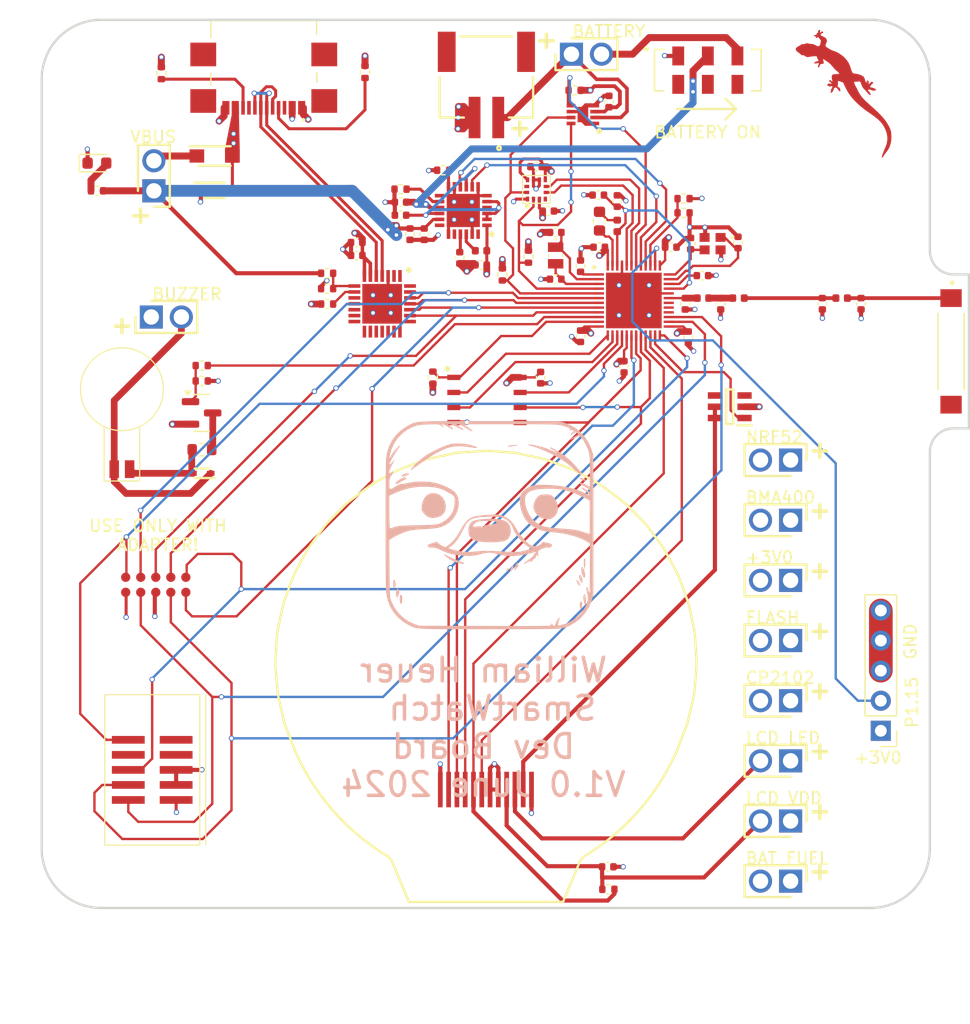
<source format=kicad_pcb>
(kicad_pcb (version 20240108) (generator "pcbnew") (generator_version "8.0")
  (layers (0 "F.Cu" signal) (1 "In1.Cu" power) (2 "In2.Cu" power) (31 "B.Cu" signal) (34 "B.Paste" user) (35 "F.Paste" user) (36 "B.SilkS" user "B.Silkscreen") (37 "F.SilkS" user "F.Silkscreen") (38 "B.Mask" user) (39 "F.Mask" user) (44 "Edge.Cuts" user))
  (net 0 "")
  (net 1 "GND")
  (net 2 "Net-(U1-P0.00{slash}XL1)")
  (net 3 "Net-(U1-P0.01{slash}XL2)")
  (net 4 "Net-(JP1-B)")
  (net 5 "Net-(U1-DEC1)")
  (net 6 "Net-(U1-DEC3)")
  (net 7 "Net-(U1-DEC4)")
  (net 8 "Net-(U1-XC2)")
  (net 9 "Net-(U1-XC1)")
  (net 10 "/Power/VSYS")
  (net 11 "ANT")
  (net 12 "VBUS")
  (net 13 "Net-(IC1-VDD)")
  (net 14 "VCELL")
  (net 15 "Net-(C29-Pad1)")
  (net 16 "Net-(C30-Pad1)")
  (net 22 "Net-(JP102-B)")
  (net 24 "USB_RTS")
  (net 26 "D-")
  (net 27 "Net-(IC1-RSTB)")
  (net 31 "Net-(JP103-B)")
  (net 33 "D+")
  (net 36 "USB_CTS")
  (net 41 "Net-(IC1-VBUS)")
  (net 42 "SCL")
  (net 43 "FUEL_ALERT")
  (net 44 "SDA")
  (net 45 "SWO")
  (net 46 "SWDCLK")
  (net 47 "~{RESET}")
  (net 48 "SWDIO")
  (net 49 "Net-(U1-DCC)")
  (net 50 "Net-(L1-Pad2)")
  (net 51 "BUZZER")
  (net 52 "EXT_FLASH_CS")
  (net 53 "LCD_D{slash}C")
  (net 54 "+3V0")
  (net 55 "USB_TX")
  (net 56 "USB_RX")
  (net 57 "Net-(C27-Pad1)")
  (net 58 "Net-(JP101-B)")
  (net 59 "Net-(JP203-B)")
  (net 61 "Net-(IC200-VDD)")
  (net 62 "Net-(SW200-B)")
  (net 64 "Net-(U200-DEC)")
  (net 66 "Net-(D202-A)")
  (net 67 "Net-(D100-K)")
  (net 68 "Net-(D100-A)")
  (net 69 "Net-(D200-K)")
  (net 70 "Net-(D200-A)")
  (net 78 "LCD_PWM")
  (net 80 "Net-(J200-A5{slash}CC1)")
  (net 81 "MOSI")
  (net 82 "~{HOLD}")
  (net 83 "SCK")
  (net 84 "~{WP}")
  (net 85 "MISO")
  (net 86 "LCD_CS")
  (net 87 "LCD_RESET")
  (net 89 "Net-(J200-B5{slash}CC2)")
  (net 90 "BMA400_INT2")
  (net 91 "BMA400_INT1")
  (net 92 "Net-(JP104-B)")
  (net 93 "Charge Error")
  (net 94 "Charging")
  (net 95 "Net-(JP202-B)")
  (net 96 "Net-(U200-SW)")
  (net 97 "Net-(Q100-G)")
  (net 98 "Net-(Q100-D)")
  (net 99 "Net-(U200-NTC)")
  (net 100 "Net-(U200-ICHG)")
  (net 101 "Net-(U101-LEDK)")
  (net 111 "VBUS_DETECT")
  (net 112 "P1.15")
  (footprint "GeckoDevelopmentBoard:reversePolarity_SODFL3616X98N" (layer "F.Cu") (at 69.6 64)
    (property "Reference" "D200" (hide yes))
    (property "Value" "D_Schottky" (hide yes))
  )
  (footprint "Resistor_SMD:R_0603_1608Metric" (layer "F.Cu") (at 68.53 88.795)
    (property "Reference" "R101" (hide yes))
    (property "Value" "0")
  )
  (footprint "Capacitor_SMD:C_0402_1005Metric" (layer "F.Cu") (at 109.34 76.48 -90)
    (property "Reference" "C26" (hide yes))
    (property "Value" "1p")
  )
  (footprint "GeckoDevelopmentBoard:32MHz_ECS320837CKMTR3" (layer "F.Cu") (at 111.65 71.4 180)
    (property "Reference" "Y2" (hide yes))
    (property "Value" "32MHz" (hide yes))
  )
  (footprint "Package_TO_SOT_SMD:SOT-23" (layer "F.Cu") (at 68.5 85.695)
    (property "Reference" "Q100" (hide yes))
    (property "Value" "2N7002")
  )
  (footprint "LED_SMD:LED_0603_1608Metric" (layer "F.Cu") (at 59.66 64.6)
    (property "Reference" "D202" (hide yes))
    (property "Value" "LED")
  )
  (footprint "GeckoDevelopmentBoard:BOSCH_LGA_12" (layer "F.Cu") (at 96.775 66.82333 90)
    (property "Reference" "U102" (hide yes))
    (property "Value" "~")
  )
  (footprint "Connector_PinHeader_2.54mm:PinHeader_1x05_P2.54mm_Vertical" (layer "F.Cu") (at 125.86 112.54 180)
    (property "Reference" "J202" (hide yes))
    (property "Value" "Conn_01x05_Pin")
  )
  (footprint "GeckoDevelopmentBoard:2pinJumper_HDRV2W110P0X254_1X2_508X254X854P" (layer "F.Cu") (at 118.24 115.075 180)
    (property "Reference" "JP104" (hide yes))
    (property "Value" "Jumper_2_Open" (hide yes))
  )
  (footprint "GeckoDevelopmentBoard:2pinJumper_HDRV2W110P0X254_1X2_508X254X854P" (layer "F.Cu") (at 118.24 125.235 180)
    (property "Reference" "JP201" (hide yes))
    (property "Value" "Jumper_2_Open" (hide yes))
  )
  (footprint "Capacitor_SMD:C_0402_1005Metric" (layer "F.Cu") (at 100.5 73.3 90)
    (property "Reference" "C12" (hide yes))
    (property "Value" "100n")
  )
  (footprint "Capacitor_SMD:C_0402_1005Metric" (layer "F.Cu") (at 87.3 70.6 -90)
    (property "Reference" "C201" (hide yes))
    (property "Value" "100n")
  )
  (footprint "GeckoDevelopmentBoard:1.47_TFT_displayConnector" (layer "F.Cu") (at 92.66 117.5)
    (property "Reference" "U101" (hide yes))
    (property "Value" "~")
  )
  (footprint "Capacitor_SMD:C_0402_1005Metric" (layer "F.Cu") (at 92.1 73.2 180)
    (property "Reference" "C205" (hide yes))
    (property "Value" "10u")
  )
  (footprint "Capacitor_SMD:C_0402_1005Metric" (layer "F.Cu") (at 96.75 64.9 180)
    (property "Reference" "C103" (hide yes))
    (property "Value" "100n")
  )
  (footprint "Resistor_SMD:R_0402_1005Metric" (layer "F.Cu") (at 65.1 57 -90)
    (property "Reference" "R203" (hide yes))
    (property "Value" "5.1k")
  )
  (footprint "Capacitor_SMD:C_0402_1005Metric" (layer "F.Cu") (at 124.19 76.48 -90)
    (property "Reference" "C30" (hide yes))
    (property "Value" "0")
  )
  (footprint "Resistor_SMD:R_0402_1005Metric" (layer "F.Cu") (at 109.2 67.6)
    (property "Reference" "R201" (hide yes))
    (property "Value" "5.1k")
  )
  (footprint "Inductor_SMD:L_0603_1608Metric" (layer "F.Cu") (at 102.1 69.5 90)
    (property "Reference" "L1" (hide yes))
    (property "Value" "10u")
  )
  (footprint "GeckoDevelopmentBoard:MAX17048_fuelGuague" (layer "F.Cu") (at 100.7 60.5 180)
    (property "Reference" "IC200" (hide yes))
    (property "Value" "MAX17048G+T10")
  )
  (footprint "GeckoDevelopmentBoard:extFlash_SON127P600X500X60-9N-D" (layer "F.Cu") (at 92.6 84.6)
    (property "Reference" "U100" (hide yes))
    (property "Value" "~" (hide yes))
  )
  (footprint "Capacitor_SMD:C_0402_1005Metric" (layer "F.Cu") (at 98.4 74.4 180)
    (property "Reference" "C8" (hide yes))
    (property "Value" "10p")
  )
  (footprint "GeckoDevelopmentBoard:nrf52840_QFN40P600X600X95-49N-D" (layer "F.Cu") (at 105 76.2)
    (property "Reference" "U1" (hide yes))
    (property "Value" "~" (hide yes))
  )
  (footprint "Resistor_SMD:R_0402_1005Metric" (layer "F.Cu") (at 79.1 73.9)
    (property "Reference" "R14" (hide yes))
    (property "Value" "22.1k")
  )
  (footprint "Resistor_SMD:R_0402_1005Metric" (layer "F.Cu") (at 109.2 68.8 180)
    (property "Reference" "R204" (hide yes))
    (property "Value" "5.1k")
  )
  (footprint "GeckoDevelopmentBoard:flyback_SODFL1608X70N" (layer "F.Cu") (at 68.52 90.795 180)
    (property "Reference" "D100" (hide yes))
    (property "Value" "D_Schottky" (hide yes))
  )
  (footprint "Resistor_SMD:R_0402_1005Metric" (layer "F.Cu") (at 68.51 81.695 180)
    (property "Reference" "R102" (hide yes))
    (property "Value" "1k")
  )
  (footprint "LOGO" (layer "F.Cu") (at 123.3 58.75 30)
    (property "Reference" "G***" (hide yes))
    (property "Value" "LOGO" (hide yes))
  )
  (footprint "GeckoDevelopmentBoard:USB4110GFA" (layer "F.Cu") (at 73.75 56.25 180)
    (property "Reference" "J200" (hide yes))
    (property "Value" "USB4110-GF-A" (hide yes))
  )
  (footprint "GeckoDevelopmentBoard:2pinJumper_HDRV2W110P0X254_1X2_508X254X854P" (layer "F.Cu") (at 99.73 55.4)
    (property "Reference" "JP202" (hide yes))
    (property "Value" "Jumper_2_Open" (hide yes))
  )
  (footprint "Capacitor_SMD:C_0402_1005Metric" (layer "F.Cu") (at 97.775 68.65)
    (property "Reference" "C102" (hide yes))
    (property "Value" "100n")
  )
  (footprint "Inductor_SMD:L_0402_1005Metric" (layer "F.Cu") (at 122.55 76)
    (property "Reference" "L6" (hide yes))
    (property "Value" "0")
  )
  (footprint "Capacitor_SMD:C_0402_1005Metric" (layer "F.Cu") (at 81.6 71.3 180)
    (property "Reference" "C6" (hide yes))
    (property "Value" "4.7uF")
  )
  (footprint "GeckoDevelopmentBoard:largerSlide_SW_JS102011JAQN" (layer "F.Cu") (at 111.25 56.75)
    (property "Reference" "SW200" (hide yes))
    (property "Value" "SW_SPDT")
  )
  (footprint "Resistor_SMD:R_0402_1005Metric" (layer "F.Cu") (at 93.9 74 90)
    (property "Reference" "R10" (hide yes))
    (property "Value" "5.1k")
  )
  (footprint "Capacitor_SMD:C_0402_1005Metric" (layer "F.Cu") (at 100.5 79.22 -90)
    (property "Reference" "C5" (hide yes))
    (property "Value" "100n")
  )
  (footprint "Capacitor_SMD:C_0402_1005Metric" (layer "F.Cu") (at 112.34 76.48 -90)
    (property "Reference" "C27" (hide yes))
    (property "Value" "1.2p")
  )
  (footprint "Resistor_SMD:R_0402_1005Metric" (layer "F.Cu") (at 68.51 82.995 180)
    (property "Reference" "R103" (hide yes))
    (property "Value" "10k")
  )
  (footprint "Resistor_SMD:R_0402_1005Metric" (layer "F.Cu") (at 88.9 65.2 180)
    (property "Reference" "R207" (hide yes))
    (property "Value" "11k")
  )
  (footprint "Resistor_SMD:R_0402_1005Metric" (layer "F.Cu") (at 88.03 82.715 90)
    (property "Reference" "R100" (hide yes))
    (property "Value" "10k")
  )
  (footprint "Resistor_SMD:R_0402_1005Metric" (layer "F.Cu") (at 85.3 66.8 180)
    (property "Reference" "R206" (hide yes))
    (property "Value" "10k")
  )
  (footprint "Resistor_SMD:R_0402_1005Metric" (layer "F.Cu") (at 102.85 125.925)
    (property "Reference" "R104" (hide yes))
    (property "Value" "10k")
  )
  (footprint "Resistor_SMD:R_0402_1005Metric" (layer "F.Cu") (at 59.67 66.94 180)
    (property "Reference" "R200" (hide yes))
    (property "Value" "1k")
  )
  (footprint "Capacitor_SMD:C_0402_1005Metric" (layer "F.Cu") (at 102 67.3 180)
    (property "Reference" "C11" (hide yes))
    (property "Value" "47n")
  )
  (footprint "Capacitor_SMD:C_0402_1005Metric" (layer "F.Cu") (at 98.4 70.45)
    (property "Reference" "C9" (hide yes))
    (property "Value" "10p")
  )
  (footprint "Capacitor_SMD:C_0402_1005Metric" (layer "F.Cu") (at 108.125 71.7)
    (property "Reference" "C2" (hide yes))
    (property "Value" "100n")
  )
  (footprint "Capacitor_SMD:C_0402_1005Metric" (layer "F.Cu") (at 90.3 72.6 -90)
    (property "Reference" "C206" (hide yes))
    (property "Value" "10u")
  )
  (footprint "Resistor_SMD:R_0402_1005Metric" (layer "F.Cu") (at 79.1 76.5)
    (property "Reference" "R11" (hide yes))
    (property "Value" "1k")
  )
  (footprint "Inductor_SMD:L_0402_1005Metric" (layer "F.Cu") (at 110.84 76)
    (property "Reference" "L4" (hide yes))
    (property "Value" "4.7n")
  )
  (footprint "Capacitor_SMD:C_0402_1005Metric" (layer "F.Cu") (at 97.13 82.715 -90)
    (property "Reference" "C100" (hide yes))
    (property "Value" "100n")
  )
  (footprint "GeckoDevelopmentBoard:2pinJumper_HDRV2W110P0X254_1X2_508X254X854P" (layer "F.Cu") (at 118.24 89.675 180)
    (property "Reference" "JP1" (hide yes))
    (property "Value" "Jumper_2_Open" (hide yes))
  )
  (footprint "Capacitor_SMD:C_0402_1005Metric" (layer "F.Cu") (at 85.3 67.9 180)
    (property "Reference" "C204" (hide yes))
    (property "Value" "1u")
  )
  (footprint "Resistor_SMD:R_0402_1005Metric" (layer "F.Cu") (at 79.1 75.2 180)
    (property "Reference" "R15" (hide yes))
    (property "Value" "47.5k")
  )
  (footprint "GeckoDevelopmentBoard:CNC_TECH_1.27mm_10-pin" (layer "F.Cu") (at 64.35 115.8 -90)
    (property "Reference" "J4" (hide yes))
    (property "Value" "Conn_02x05_Odd_Even")
  )
  (footprint "GeckoDevelopmentBoard:CP2102_5x5QFN" (layer "F.Cu") (at 83.85 76.38 -90)
    (property "Reference" "IC1" (hide yes))
    (property "Value" "CP2102N-A02-GQFN28")
  )
  (footprint "Capacitor_SMD:C_0402_1005Metric" (layer "F.Cu") (at 103.6 67.8 90)
    (property "Reference" "C10" (hide yes))
    (property "Value" "1u")
  )
  (footprint "Capacitor_SMD:C_0402_1005Metric" (layer "F.Cu") (at 113.8 71.3 90)
    (property "Reference" "C25" (hide yes))
    (property "Value" "10p")
  )
  (footprint "GeckoDevelopmentBoard:AP2502_SOT95P280X145-6N" (layer "F.Cu") (at 113.1 85.175 180)
    (property "Reference" "U103" (hide yes))
    (property "Value" "~" (hide yes))
  )
  (footprint "Inductor_SMD:L_0402_1005Metric" (layer "F.Cu") (at 113.84 76)
    (property "Reference" "L5" (hide yes))
    (property "Value" "2.2n")
  )
  (footprint "Resistor_SMD:R_0402_1005Metric" (layer "F.Cu") (at 100 58.45)
    (property "Reference" "R205" (hide yes))
    (property "Value" "10k")
  )
  (footprint "Capacitor_SMD:C_0402_1005Metric" (layer "F.Cu") (at 85.3 69 180)
    (property "Reference" "C203" (hide yes))
    (property "Value" "10u")
  )
  (footprint "Capacitor_SMD:C_0402_1005Metric" (layer "F.Cu") (at 86.1 70.6 -90)
    (property "Reference" "C200" (hide yes))
    (property "Value" "10u")
  )
  (footprint "GeckoDevelopmentBoard:1769_lipoConnector" (layer "F.Cu") (at 92.5 57.75 180)
    (property "Reference" "J201" (hide yes))
    (property "Value" "1769_LiPoConnector")
  )
  (footprint "GeckoDevelopmentBoard:2pinJumper_HDRV2W110P0X254_1X2_508X254X854P" (layer "F.Cu") (at 118.24 109.995 180)
    (property "Reference" "JP10" (hide yes))
    (property "Value" "Jumper_2_Open" (hide yes))
  )
  (footprint "GeckoDevelopmentBoard:SMD_vibrationMotor" (layer "F.Cu") (at 61.77 84.195)
    (property "Reference" "M100" (hide yes))
    (property "Value" "Vibration Motor")
  )
  (footprint "GeckoDevelopmentBoard:2pinJumper_HDRV2W110P0X254_1X2_508X254X854P" (layer "F.Cu") (at 118.24 120.155 180)
    (property "Reference" "JP102" (hide yes))
    (property "Value" "Jumper_2_Open" (hide yes))
  )
  (footprint "GeckoDevelopmentBoard:ANT_2450AT45A100E" (layer "F.Cu") (at 131.79 80.5 -90)
    (property "Reference" "E200" (hide yes))
    (property "Value" "2450AT45A100E")
  )
  (footprint "GeckoDevelopmentBoard:2pinJumper_HDRV2W110P0X254_1X2_508X254X854P" (layer "F.Cu") (at 118.24 99.835 180)
    (property "Reference" "JP203" (hide yes))
    (property "Value" "Jumper_2_Open" (hide yes))
  )
  (footprint "Capacitor_SMD:C_0402_1005Metric" (layer "F.Cu") (at 110.8 74.1)
    (property "Reference" "C13" (hide yes))
    (property "Value" "100p")
  )
  (footprint "GeckoDevelopmentBoard:TAG-CONNECT_TC2050-IDC-NL" (layer "F.Cu") (at 62.09 100.845 90)
    (property "Reference" "J3" (hide yes))
    (property "Value" "Conn_02x05_Odd_Even")
  )
  (footprint "GeckoDevelopmentBoard:32kHz_ECS32712512RCTR" (layer "F.Cu") (at 98.4 72.4 -90)
    (property "Reference" "Y1" (hide yes))
    (property "Value" "32.758kHz" (hide yes))
  )
  (footprint "GeckoDevelopmentBoard:2pinJumper_HDRV2W110P0X254_1X2_508X254X854P" (layer "F.Cu") (at 64.25 77.595)
    (property "Reference" "JP100" (hide yes))
    (property "Value" "Jumper_2_Open" (hide yes))
  )
  (footprint "Resistor_SMD:R_0402_1005Metric" (layer "F.Cu") (at 96.1 72.5 90)
    (property "Reference" "R9" (hide yes))
    (property "Value" "5.1k")
  )
  (footprint "GeckoDevelopmentBoard:2pinJumper_HDRV2W110P0X254_1X2_508X254X854P" (layer "F.Cu") (at 64.47 66.94 90)
    (property "Reference" "JP200" (hide yes))
    (property "Value" "Jumper_2_Open" (hide yes))
  )
  (footprint "Capacitor_SMD:C_0402_1005Metric" (layer "F.Cu") (at 102.9 59.4 90)
    (property "Reference" "C202" (hide yes))
    (property "Value" "100nF")
  )
  (footprint "Capacitor_SMD:C_0402_1005Metric" (layer "F.Cu") (at 120.92 76.48 -90)
    (property "Reference" "C29" (hide yes))
    (property "Value" "0")
  )
  (footprint "Capacitor_SMD:C_0402_1005Metric" (layer "F.Cu") (at 81.6 72.4 180)
    (property "Reference" "C7" (hide yes))
    (property "Value" "100nF")
  )
  (footprint "Resistor_SMD:R_0402_1005Metric" (layer "F.Cu") (at 82.3 56.9 -90)
    (property "Reference" "R202" (hide yes))
    (property "Value" "5.1k")
  )
  (footprint "Capacitor_SMD:C_0402_1005Metric" (layer "F.Cu") (at 104.175 81.8 -90)
    (property "Reference" "C4" (hide yes))
    (property "Value" "100n")
  )
  (footprint "GeckoDevelopmentBoard:nPM1100_QFN50P400X400X90-25N-D" (layer "F.Cu") (at 90.6 68.6 180)
    (property "Reference" "U200" (hide yes))
    (property "Value" "~" (hide yes))
  )
  (footprint "Inductor_SMD:L_0402_1005Metric" (layer "F.Cu") (at 92.1 72 180)
    (property "Reference" "L200" (hide yes))
    (property "Value" "2.2u")
  )
  (footprint "Inductor_SMD:L_0402_1005Metric" (layer "F.Cu") (at 103.6 69.9 -90)
    (property "Reference" "L2" (hide yes))
    (property "Value" "15n")
  )
  (footprint "Capacitor_SMD:C_0402_1005Metric" (layer "F.Cu") (at 109.8 71.4 90)
    (property "Reference" "C21" (hide yes))
    (property "Value" "10p")
  )
  (footprint "Capacitor_SMD:C_0402_1005Metric" (layer "F.Cu") (at 102.08 71.7 180)
    (property "Reference" "C1" (hide yes))
    (property "Value" "1u")
  )
  (footprint "GeckoDevelopmentBoard:2pinJumper_HDRV2W110P0X254_1X2_508X254X854P" (layer "F.Cu") (at 118.24 104.915 180)
    (property "Reference" "JP101" (hide yes))
    (property "Value" "Jumper_2_Open" (hide yes))
  )
  (footprint "GeckoDevelopmentBoard:2pinJumper_HDRV2W110P0X254_1X2_508X254X854P" (layer "F.Cu") (at 118.24 94.755 180)
    (property "Reference" "JP103" (hide yes))
    (property "Value" "Jumper_2_Open" (hide yes))
  )
  (footprint "Capacitor_SMD:C_0402_1005Metric" (layer "F.Cu") (at 109.6 79.3 -90)
    (property "Reference" "C3" (hide yes))
    (property "Value" "100n")
  )
  (footprint "Capacitor_SMD:C_0402_1005Metric" (layer "F.Cu") (at 102.8 124.025)
    (property "Reference" "C101" (hide yes))
    (property "Value" "100n")
  )
  (footprint "GeckoDevelopmentBoard:TVS_SOD2513X120N" (layer "F.Cu") (at 69.6 66.9)
    (property "Reference" "D201" (hide yes))
    (property "Value" "D_TVS" (hide yes))
  )
  (footprint "LOGO" (layer "B.Cu") (at 92.825 95.175 180)
    (property "Reference" "G***" (hide yes))
    (property "Value" "LOGO" (hide yes))
  )
  (gr_line (start 113.625 60.025) (end 112.741117 59.141117) (stroke (width 0.2)) (layer "F.SilkS"))
  (gr_line (start 108.625 60.025) (end 113.625 60.025) (stroke (width 0.2)) (layer "F.SilkS"))
  (gr_line (start 113.616941 60.033058) (end 112.733058 60.916941) (stroke (width 0.2)) (layer "F.SilkS"))
  (gr_line (start 125 127.5) (end 60 127.5) (stroke (width 0.2)) (layer "Edge.Cuts"))
  (gr_line (start 132 74) (end 133.3 74) (stroke (width 0.2)) (layer "Edge.Cuts"))
  (gr_line (start 133.3 74) (end 133.3 87) (stroke (width 0.2)) (layer "Edge.Cuts"))
  (gr_line (start 130 57.5) (end 130 72) (stroke (width 0.2)) (layer "Edge.Cuts"))
  (gr_line (start 130 89) (end 130 122.5) (stroke (width 0.2)) (layer "Edge.Cuts"))
  (gr_line (start 133.3 87) (end 132 87) (stroke (width 0.2)) (layer "Edge.Cuts"))
  (gr_arc (start 130 122.5) (mid 128.535534 126.035534) (end 125 127.5) (stroke (width 0.2)) (layer "Edge.Cuts"))
  (gr_arc (start 55 57.5) (mid 56.464466 53.964466) (end 60 52.5) (stroke (width 0.2)) (layer "Edge.Cuts"))
  (gr_arc (start 132 74) (mid 130.585786 73.414214) (end 130 72) (stroke (width 0.2)) (layer "Edge.Cuts"))
  (gr_arc (start 60 127.5) (mid 56.464466 126.035534) (end 55 122.5) (stroke (width 0.2)) (layer "Edge.Cuts"))
  (gr_line (start 55 122.5) (end 55 57.5) (stroke (width 0.2)) (layer "Edge.Cuts"))
  (gr_arc (start 130 89) (mid 130.585786 87.585786) (end 132 87) (stroke (width 0.2)) (layer "Edge.Cuts"))
  (gr_line (start 60 52.5) (end 125 52.5) (stroke (width 0.2)) (layer "Edge.Cuts"))
  (gr_arc (start 125 52.5) (mid 128.535534 53.964466) (end 130 57.5) (stroke (width 0.2)) (layer "Edge.Cuts"))
  (gr_text "William Heuer\nSmartWatch \nDev Board\nV1.0 June 2024" (at 92.3 118.25 0) (layer "B.SilkS") (effects (font (size 2 2) (thickness 0.3)) (justify bottom mirror)))
  (gr_text "VBUS" (at 62.4 62.975 0) (layer "F.SilkS") (effects (font (size 1 1)) (justify left bottom)))
  (gr_text "+" (at 119.585 104.915 0) (layer "F.SilkS") (effects (font (size 1.5 1.5) (thickness 0.3)) (justify left bottom)))
  (gr_text "FLASH" (at 114.355 103.57 0) (layer "F.SilkS") (effects (font (size 1 1)) (justify left bottom)))
  (gr_text "+" (at 119.585 94.755 0) (layer "F.SilkS") (effects (font (size 1.5 1.5) (thickness 0.3)) (justify left bottom)))
  (gr_text "BATTERY" (at 99.73 54.055 0) (layer "F.SilkS") (effects (font (size 1 1)) (justify left bottom)))
  (gr_text "P1.15" (at 129.075 112.4 90) (layer "F.SilkS") (effects (font (size 1 1)) (justify left bottom)))
  (gr_text "+" (at 98.385 55.4 90) (layer "F.SilkS") (effects (font (size 1.5 1.5) (thickness 0.3)) (justify left bottom)))
  (gr_text "BAT_FUEL" (at 114.355 123.89 0) (layer "F.SilkS") (effects (font (size 1 1)) (justify left bottom)))
  (gr_text "LCD_LED\n" (at 114.355 113.73 0) (layer "F.SilkS") (effects (font (size 1 1)) (justify left bottom)))
  (gr_text "+" (at 119.585 109.995 0) (layer "F.SilkS") (effects (font (size 1.5 1.5) (thickness 0.3)) (justify left bottom)))
  (gr_text "LCD_VDD" (at 114.355 118.81 0) (layer "F.SilkS") (effects (font (size 1 1)) (justify left bottom)))
  (gr_text "BMA400" (at 114.355 93.41 0) (layer "F.SilkS") (effects (font (size 1 1)) (justify left bottom)))
  (gr_text "+3V0" (at 114.355 98.49 0) (layer "F.SilkS") (effects (font (size 1 1)) (justify left bottom)))
  (gr_text "BUZZER\n" (at 64.25 76.25 0) (layer "F.SilkS") (effects (font (size 1 1)) (justify left bottom)))
  (gr_text "GND" (at 128.95 106.625 90) (layer "F.SilkS") (effects (font (size 1 1)) (justify left bottom)))
  (gr_text "+" (at 119.585 115.075 0) (layer "F.SilkS") (effects (font (size 1.5 1.5) (thickness 0.3)) (justify left bottom)))
  (gr_text "USE ONLY WITH\nADAPTER!" (at 64.8 97.425 0) (layer "F.SilkS") (effects (font (size 1 1) (thickness 0.155)) (justify bottom)))
  (gr_text "BATTERY ON\n" (at 106.65 62.575 0) (layer "F.SilkS") (effects (font (size 1 1)) (justify left bottom)))
  (gr_text "CP2102" (at 114.355 108.65 0) (layer "F.SilkS") (effects (font (size 1 1)) (justify left bottom)))
  (gr_text "+" (at 96.5 60.92 180) (layer "F.SilkS") (effects (font (size 1.5 1.5) (thickness 0.3)) (justify left bottom)))
  (gr_text "+" (at 119.585 125.235 0) (layer "F.SilkS") (effects (font (size 1.5 1.5) (thickness 0.3)) (justify left bottom)))
  (gr_text "NRF52" (at 114.355 88.33 0) (layer "F.SilkS") (effects (font (size 1 1)) (justify left bottom)))
  (gr_text "+" (at 62.905 77.595 180) (layer "F.SilkS") (effects (font (size 1.5 1.5) (thickness 0.3)) (justify left bottom)))
  (gr_text "+" (at 119.585 99.835 0) (layer "F.SilkS") (effects (font (size 1.5 1.5) (thickness 0.3)) (justify left bottom)))
  (gr_text "+" (at 64.47 68.285 180) (layer "F.SilkS") (effects (font (size 1.5 1.5) (thickness 0.3)) (justify left bottom)))
  (gr_text "+" (at 119.585 120.155 0) (layer "F.SilkS") (effects (font (size 1.5 1.5) (thickness 0.3)) (justify left bottom)))
  (gr_text "+3V0" (at 123.525 115.4 0) (layer "F.SilkS") (effects (font (size 1 1)) (justify left bottom)))
  (gr_text "+" (at 119.585 89.675 0) (layer "F.SilkS") (effects (font (size 1.5 1.5) (thickness 0.3)) (justify left bottom)))
  (segment (start 87.7 65.2) (end 87.675 65.225) (width 0.3493) (layer "F.Cu") (net 1))
  (segment (start 90.65 60.35) (end 90.65 61.075) (width 0.59) (layer "F.Cu") (net 1))
  (segment (start 120.92 76.96) (end 120.92 77.695) (width 0.3493) (layer "F.Cu") (net 1))
  (segment (start 97.025 66.00833) (end 97.025 66.5) (width 0.254) (layer "F.Cu") (net 1))
  (segment (start 102.50535 58.92) (end 102.200175 59.225175) (width 0.3493) (layer "F.Cu") (net 1))
  (segment (start 109.6 79.78) (end 109.6 80.025) (width 0.3493) (layer "F.Cu") (net 1))
  (segment (start 67.5625 86.645) (end 66.03 86.645) (width 0.59) (layer "F.Cu") (net 1))
  (segment (start 104.175 82.6) (end 103.775 83) (width 0.3493) (layer "F.Cu") (net 1))
  (segment (start 111.025 70.05) (end 111 70.025) (width 0.3493) (layer "F.Cu") (net 1))
  (segment (start 103.87 67.32) (end 104.325 67.775) (width 0.3493) (layer "F.Cu") (net 1))
  (segment (start 97.92 70.45) (end 97.25 70.45) (width 0.59) (layer "F.Cu") (net 1))
  (segment (start 112.375 72.725) (end 112.35 72.75) (width 0.3493) (layer "F.Cu") (net 1))
  (segment (start 99.7 60.25) (end 100.45 60.25) (width 0.254) (layer "F.Cu") (net 1))
  (segment (start 96.27 64.9) (end 96.525 65.155) (width 0.254) (layer "F.Cu") (net 1))
  (segment (start 109.34 76.96) (end 110.14 76.96) (width 0.3493) (layer "F.Cu") (net 1))
  (segment (start 100.7 61.0243) (end 100.95035 61.27465) (width 0.3493) (layer "F.Cu") (net 1))
  (segment (start 96.525 65.155) (end 96.525 66.00833) (width 0.254) (layer "F.Cu") (net 1))
  (segment (start 90.175 61.675) (end 90.15 61.7) (width 0.59) (layer "F.Cu") (net 1))
  (segment (start 100.7 59.9757) (end 100.95035 59.72535) (width 0.3493) (layer "F.Cu") (net 1))
  (segment (start 96.525 66.00833) (end 97.025 66.00833) (width 0.254) (layer "F.Cu") (net 1))
  (segment (start 100.5 71.9) (end 100.575 71.825) (width 0.3493) (layer "F.Cu") (net 1))
  (segment (start 84.79 67.87) (end 84.82 67.9) (width 0.3493) (layer "F.Cu") (net 1))
  (segment (start 97.25 70.45) (end 97.1 70.6) (width 0.59) (layer "F.Cu") (net 1))
  (segment (start 65.1 56.49) (end 65.1 55.65) (width 0.59) (layer "F.Cu") (net 1))
  (segment (start 105.6 75.6) (end 105 76.2) (width 0.2) (layer "F.Cu") (net 1))
  (segment (start 96.36 119.49) (end 96.35 119.5) (width 0.3493) (layer "F.Cu") (net 1))
  (segment (start 100.5 79.7) (end 100.2 79.7) (width 0.3493) (layer "F.Cu") (net 1))
  (segment (start 64.55 102.875) (end 64.55 101.01965) (width 0.3493) (layer "F.Cu") (net 1))
  (segment (start 88.66 115.36) (end 88.65 115.35) (width 0.3493) (layer "F.Cu") (net 1))
  (segment (start 90.87 86.505) (end 90.9 86.475) (width 0.3493) (layer "F.Cu") (net 1))
  (segment (start 112.375 71.925) (end 112.375 72.725) (width 0.3493) (layer "F.Cu") (net 1))
  (segment (start 100.7 60.5) (end 100.7 61.0243) (width 0.3493) (layer "F.Cu") (net 1))
  (segment (start 98.95 68.65) (end 98.975 68.625) (width 0.3493) (layer "F.Cu") (net 1))
  (segment (start 102.200175 59.225175) (end 101.7 59.72535) (width 0.3493) (layer "F.Cu") (net 1))
  (segment (start 100.5 72.82) (end 100.5 71.9) (width 0.3493) (layer "F.Cu") (net 1))
  (segment (start 64.55 101.01965) (end 64.63 101.01965) (width 0.3493) (layer "F.Cu") (net 1))
  (segment (start 125.86 102.38) (end 125.86 104.92) (width 2) (layer "F.Cu") (net 1))
  (segment (start 88.66 117.5) (end 88.66 115.36) (width 0.3493) (layer "F.Cu") (net 1))
  (segment (start 84.79 66.8) (end 84.79 67.87) (width 0.3493) (layer "F.Cu") (net 1))
  (segment (start 90.3 73.08) (end 91.5 73.08) (width 0.59) (layer "F.Cu") (net 1))
  (segment (start 109.71 68.8) (end 109.71 70) (width 0.3493) (layer "F.Cu") (net 1))
  (segment (start 109.71 70.83) (end 109.8 70.92) (width 0.3493) (layer "F.Cu") (net 1))
  (segment (start 92.86 117.5) (end 92.86 115.69) (width 0.3493) (layer "F.Cu") (net 1))
  (segment (start 89.35 70.6) (end 89.35 69.85) (width 0.254) (layer "F.Cu") (net 1))
  (segment (start 93.56 115.66) (end 93.225 115.325) (width 0.3493) (layer "F.Cu") (net 1))
  (segment (start 100.95035 61.27465) (end 101.7 61.27465) (width 0.3493) (layer "F.Cu") (net 1))
  (segment (start 68.51 115.84) (end 68.525 115.825) (width 0.3493) (layer "F.Cu") (net 1))
  (segment (start 81.12 71.3) (end 81 71.3) (width 0.3493) (layer "F.Cu") (net 1))
  (segment (start 77.1 60.5) (end 77.5 60.9) (width 0.59) (layer "F.Cu") (net 1))
  (segment (start 89.35 69.85) (end 90.6 68.6) (width 0.254) (layer "F.Cu") (net 1))
  (segment (start 84.25 75.98) (end 83.75 76.48) (width 0.254) (layer "F.Cu") (net 1))
  (segment (start 103.6 67.32) (end 103.87 67.32) (width 0.3493) (layer "F.Cu") (net 1))
  (segment (start 111.025 70.875) (end 111.025 70.05) (width 0.3493) (layer "F.Cu") (net 1))
  (segment (start 107.95 75.6) (end 105.6 75.6) (width 0.2) (layer "F.Cu") (net 1))
  (segment (start 110.14 76.96) (end 110.15 76.95) (width 0.3493) (layer "F.Cu") (net 1))
  (segment (start 86.1 71.08) (end 87.3 71.08) (width 0.3493) (layer "F.Cu") (net 1))
  (segment (start 100.45 60.25) (end 100.7 60.5) (width 0.254) (layer "F.Cu") (net 1))
  (segment (start 58.8725 64.6) (end 58.8725 63.4475) (width 0.3493) (layer "F.Cu") (net 1))
  (segment (start 112.34 76.96) (end 112.34 77.685) (width 0.3493) (layer "F.Cu") (net 1))
  (segment (start 91.35 70.6) (end 91.35 69.35) (width 0.254) (layer "F.Cu") (net 1))
  (segment (start 89.85 67.85) (end 90.6 68.6) (width 0.254) (layer "F.Cu") (net 1))
  (segment (start 104 73.25) (end 104 74.775) (width 0.2) (layer "F.Cu") (net 1))
  (segment (start 68.438 66.9) (end 68.438 67.837) (width 0.3493) (layer "F.Cu") (net 1))
  (segment (start 113.005 70.025) (end 111 70.025) (width 0.3493) (layer "F.Cu") (net 1))
  (segment (start 97.13 83.195) (end 97.905 83.195) (width 0.3493) (layer "F.Cu") (net 1))
  (segment (start 96.025 67.63833) (end 95.06167 67.63833) (width 0.254) (layer "F.Cu") (net 1))
  (segment (start 91.85 67.35) (end 90.6 68.6) (width 0.254) (layer "F.Cu") (net 1))
  (segment (start 77.1 59.928) (end 77.1 60.5) (width 0.59) (layer "F.Cu") (net 1))
  (segment (start 100.2 79.7) (end 99.75 79.25) (width 0.3493) (layer "F.Cu") (net 1))
  (segment (start 93.56 117.5) (end 93.56 115.66) (width 0.3493) (layer "F.Cu") (net 1))
  (segment (start 104 75.2) (end 105 76.2) (width 0.2) (layer "F.Cu") (net 1))
  (segment (start 100.7 71.7) (end 100.575 71.825) (width 0.3493) (layer "F.Cu") (net 1))
  (segment (start 58.8725 63.4475) (end 58.85 63.425) (width 0.3493) (layer "F.Cu") (net 1))
  (segment (start 90.175 60.75) (end 90.175 61.675) (width 0.59) (layer "F.Cu") (net 1))
  (segment (start 91.85 66.6) (end 91.85 67.35) (width 0.254) (layer "F.Cu") (net 1))
  (segment (start 80.95 72.4) (end 80.425 71.875) (width 0.3493) (layer "F.Cu") (net 1))
  (segment (start 90.2 59.825) (end 90.2 59.9) (width 0.59) (layer "F.Cu") (net 1))
  (segment (start 70.4 59.928) (end 70.4 60.625) (width 0.59) (layer "F.Cu") (net 1))
  (segment (start 90.2 60.725) (end 90.175 60.75) (width 0.59) (layer "F.Cu") (net 1))
  (segment (start 96.525 66.00833) (end 96.525 66.55) (width 0.254) (layer "F.Cu") (net 1))
  (segment (start 109.6 80.025) (end 110.05 80.475) (width 0.3493) (layer "F.Cu") (net 1))
  (segment (start 95.06167 67.63833) (end 94.85 67.85) (width 0.254) (layer "F.Cu") (net 1))
  (segment (start 66.35 115.84) (end 68.51 115.84) (width 0.3493) (layer "F.Cu") (net 1))
  (segment (start 89.8 86.505) (end 90.87 86.505) (width 0.3493) (layer "F.Cu") (net 1))
  (segment (start 109.71 70) (end 109.71 70.83) (width 0.3493) (layer "F.Cu") (net 1))
  (segment (start 97.92 74.4) (end 97.15 74.4) (width 0.3493) (layer "F.Cu") (net 1))
  (segment (start 81.12 71.3) (end 81.12 72.4) (width 0.3493) (layer "F.Cu") (net 1))
  (segment (start 108.605 71.7) (end 109.385 70.92) (width 0.3493) (layer "F.Cu") (net 1))
  (segment (start 90.9 73.725) (end 90.9 73.68) (width 0.59) (layer "F.Cu") (net 1))
  (segment (start 111.28 74.1) (end 111.925 74.1) (width 0.3493) (layer "F.Cu") (net 1))
  (segment (start 104 74.825) (end 104 75.2) (width 0.2) (layer "F.Cu") (net 1))
  (segment (start 90.2 59.9) (end 90.65 60.35) (width 0.59) (layer "F.Cu") (net 1))
  (segment (start 90.6 61.7) (end 91.55 60.75) (width 0.59) (layer "F.Cu") (net 1))
  (segment (start 97.905 83.195) (end 97.925 83.175) (width 0.3493) (layer "F.Cu") (net 1))
  (segment (start 68.438 67.837) (end 68.4 67.875) (width 0.3493) (layer "F.Cu") (net 1))
  (segment (start 114.35 85.175) (end 115.6 85.175) (width 0.57) (layer "F.Cu") (net 1))
  (segment (start 101.6 71.7) (end 100.7 71.7) (width 0.3493) (layer "F.Cu") (net 1))
  (segment (start 90.65 61.075) (end 90.55 61.175) (width 0.59) (layer "F.Cu") (net 1))
  (segment (start 111.925 74.1) (end 111.95 74.075) (width 0.3493) (layer "F.Cu") (net 1))
  (segment (start 104 74.775) (end 103.975 74.8) (width 0.2) (layer "F.Cu") (net 1))
  (segment (start 84.25 74.13) (end 84.25 75.98) (width 0.254) (layer "F.Cu") (net 1))
  (segment (start 100.95035 59.72535) (end 101.7 59.72535) (width 0.3493) (layer "F.Cu") (net 1))
  (segment (start 91.35 69.35) (end 90.6 68.6) (width 0.254) (layer "F.Cu") (net 1))
  (segment (start 66.35 115.84) (end 66.35 117.11) (width 0.3493) (layer "F.Cu") (net 1))
  (segment (start 81 71.3) (end 80.425 71.875) (width 0.3493) (layer "F.Cu") (net 1))
  (segment (start 120.92 77.695) (end 120.925 77.7) (width 0.3493) (layer "F.Cu") (net 1))
  (segment (start 88.07 71.08) (end 88.475 70.675) (width 0.3493) (layer "F.Cu") (net 1))
  (segment (start 91.55 60.75) (end 90.175 60.75) (width 0.59) (layer "F.Cu") (net 1))
  (segment (start 104.175 82.28) (end 104.175 82.6) (width 0.3493) (layer "F.Cu") (net 1))
  (segment (start 111 70.025) (end 109.735 70.025) (width 0.3493) (layer "F.Cu") (net 1))
  (segment (start 70.4 60.625) (end 69.975 61.05) (width 0.59) (layer "F.Cu") (net 1))
  (segment (start 92.86 117.5) (end 93.56 117.5) (width 0.3493) (layer "F.Cu") (net 1))
  (segment (start 90.9 73.68) (end 90.3 73.08) (width 0.59) (layer "F.Cu") (net 1))
  (segment (start 90.15 61.7) (end 90.6 61.7) (width 0.59) (layer "F.Cu") (net 1))
  (segment (start 100.7 60.5) (end 100.7 59.9757) (width 0.3493) (layer "F.Cu") (net 1))
  (segment (start 78.59 75.01) (end 79.075 74.525) (width 0.3493) (layer "F.Cu") (net 1))
  (segment (start 69.895 82.995) (end 69.9 83) (width 0.3493) (layer "F.Cu") (net 1))
  (segment (start 112.34 77.685) (end 112.325 77.7) (width 0.3493) (layer "F.Cu") (net 1))
  (segment (start 69.02 82.995) (end 69.895 82.995) (width 0.3493) (layer "F.Cu") (net 1))
  (segment (start 125.86 104.92) (end 125.86 107.46) (width 2) (layer "F.Cu") (net 1))
  (segment (start 84.82 67.9) (end 84 67.9) (width 0.3493) (layer "F.Cu") (net 1))
  (segment (start 102.9 58.92) (end 102.50535 58.92) (width 0.3493) (layer "F.Cu") (net 1))
  (segment (start 91.425 73.2) (end 90.9 73.725) (width 0.59) (layer "F.Cu") (net 1))
  (segment (start 109.385 70.92) (end 109.8 70.92) (width 0.3493) (layer "F.Cu") (net 1))
  (segment (start 66.03 86.645) (end 66.025 86.65) (width 0.59) (layer "F.Cu") (net 1))
  (segment (start 103.975 74.8) (end 104 74.825) (width 0.2) (layer "F.Cu") (net 1))
  (segment (start 91.62 73.2) (end 91.425 73.2) (width 0.59) (layer "F.Cu") (net 1))
  (segment (start 90.625 59.825) (end 91.55 60.75) (width 0.59) (layer "F.Cu") (net 1))
  (segment (start 97.025 66.5) (end 96.75 66.775) (width 0.254) (layer "F.Cu") (net 1))
  (segment (start 82.3 56.39) (end 82.3 55.55) (width 0.59) (layer "F.Cu") (net 1))
  (segment (start 89.85 66.6) (end 89.85 67.85) (width 0.254) (layer "F.Cu") (net 1))
  (segment (start 78.59 75.2) (end 78.59 75.01) (width 0.3493) (layer "F.Cu") (net 1))
  (segment (start 124.19 77.715) (end 124.2 77.725) (width 0.3493) (layer "F.Cu") (net 1))
  (segment (start 96.525 66.55) (end 96.75 66.775) (width 0.254) (layer "F.Cu") (net 1))
  (segment (start 84.82 67.9) (end 84.82 69) (width 0.3493) (layer "F.Cu") (net 1))
  (segment (start 103.28 124.025) (end 104.1 124.025) (width 0.3493) (layer "F.Cu") (net 1))
  (segment (start 90.2 59.825) (end 90.2 60.725) (width 0.59) (layer "F.Cu") (net 1))
  (segment (start 124.19 76.96) (end 124.19 77.715) (width 0.3493) (layer "F.Cu") (net 1))
  (segment (start 113.8 70.82) (end 113.005 70.025) (width 0.3493) (layer "F.Cu") (net 1))
  (segment (start 88.39 65.2) (end 87.7 65.2) (width 0.3493) (layer "F.Cu") (net 1))
  (segment (start 92.86 115.69) (end 93.225 115.325) (width 0.3493) (layer "F.Cu") (net 1))
  (segment (start 108.75 55.55) (end 107.625 55.55) (width 0.3493) (layer "F.Cu") (net 1))
  (segment (start 91.5 73.08) (end 91.62 73.2) (width 0.59) (layer "F.Cu") (net 1))
  (segment (start 81.12 72.4) (end 80.95 72.4) (width 0.3493) (layer "F.Cu") (net 1))
  (segment (start 87.3 71.08) (end 88.07 71.08) (width 0.3493) (layer "F.Cu") (net 1))
  (segment (start 100.8 67.3) (end 100.775 67.275) (width 0.3493) (layer "F.Cu") (net 1))
  (segment (start 92.6 67.35) (end 91.85 67.35) (width 0.254) (layer "F.Cu") (net 1))
  (segment (start 96.36 117.5) (end 96.36 119.49) (width 0.3493) (layer "F.Cu") (net 1))
  (segment (start 101.52 67.3) (end 100.8 67.3) (width 0.3493) (layer "F.Cu") (net 1))
  (segment (start 109.735 70.025) (end 109.71 70) (width 0.3493) (layer "F.Cu") (net 1))
  (segment (start 90.2 59.825) (end 90.625 59.825) (width 0.59) (layer "F.Cu") (net 1))
  (segment (start 107.625 55.55) (end 107.6 55.525) (width 0.3493) (layer "F.Cu") (net 1))
  (segment (start 98.255 68.65) (end 98.95 68.65) (width 0.3493) (layer "F.Cu") (net 1))
  (via (at 120.925 77.7) (size 0.45) (drill 0.3) (layers "F.Cu" "B.Cu") (net 1))
  (via (at 103.75 77.45) (size 0.45) (drill 0.3) (layers "F.Cu" "B.Cu") (net 1))
  (via (at 98.975 68.625) (size 0.45) (drill 0.3) (layers "F.Cu" "B.Cu") (net 1))
  (via (at 88.475 70.675) (size 0.45) (drill 0.3) (layers "F.Cu" "B.Cu") (net 1))
  (via (at 77.5 60.9) (size 0.45) (drill 0.3) (layers "F.Cu" "B.Cu") (net 1))
  (via (at 84.475 75.75) (size 0.45) (drill 0.3) (layers "F.Cu" "B.Cu") (net 1))
  (via (at 111 70.025) (size 0.45) (drill 0.3) (layers "F.Cu" "B.Cu") (net 1))
  (via (at 84 67.9) (size 0.45) (drill 0.3) (layers "F.Cu" "B.Cu") (net 1))
  (via (at 82.975 77.25) (size 0.45) (drill 0.3) (layers "F.Cu" "B.Cu") (net 1))
  (via (at 104.1 124.025) (size 0.45) (drill 0.3) (layers "F.Cu" "B.Cu") (net 1))
  (via (at 65.1 55.65) (size 0.45) (drill 0.3) (layers "F.Cu" "B.Cu") (net 1))
  (via (at 87.675 65.225) (size 0.45) (drill 0.3) (layers "F.Cu" "B.Cu") (net 1))
  (via (at 97.925 83.175) (size 0.45) (drill 0.3) (layers "F.Cu" "B.Cu") (net 1))
  (via (at 88.65 115.35) (size 0.45) (drill 0.3) (layers "F.Cu" "B.Cu") (net 1))
  (via (at 66.025 86.65) (size 0.45) (drill 0.3) (layers "F.Cu" "B.Cu") (net 1))
  (via (at 112.325 77.7) (size 0.45) (drill 0.3) (layers "F.Cu" "B.Cu") (net 1))
  (via (at 124.2 77.725) (size 0.45) (drill 0.3) (layers "F.Cu" "B.Cu") (net 1))
  (via (at 69.9 83) (size 0.45) (drill 0.3) (layers "F.Cu" "B.Cu") (net 1))
  (via (at 109.71 70) (size 0.45) (drill 0.3) (layers "F.Cu" "B.Cu") (net 1))
  (via (at 82.975 75.75) (size 0.45) (drill 0.3) (layers "F.Cu" "B.Cu") (net 1))
  (via (at 82.3 55.55) (size 0.45) (drill 0.3) (layers "F.Cu" "B.Cu") (net 1))
  (via (at 96.35 119.5) (size 0.45) (drill 0.3) (layers "F.Cu" "B.Cu") (net 1))
  (via (at 79.075 74.525) (size 0.45) (drill 0.3) (layers "F.Cu" "B.Cu") (net 1))
  (via (at 112.35 72.75) (size 0.45) (drill 0.3) (layers "F.Cu" "B.Cu") (net 1))
  (via (at 69.975 61.05) (size 0.45) (drill 0.3) (layers "F.Cu" "B.Cu") (net 1))
  (via (at 90.9 73.725) (size 0.45) (drill 0.3) (layers "F.Cu" "B.Cu") (net 1))
  (via (at 90.15 61.7) (size 0.45) (drill 0.3) (layers "F.Cu" "B.Cu") (net 1))
  (via (at 90.175 60.75) (size 0.45) (drill 0.3) (layers "F.Cu" "B.Cu") (net 1))
  (via (at 106.29 77.45) (size 0.45) (drill 0.3) (layers "F.Cu" "B.Cu") (net 1))
  (via (at 110.15 76.95) (size 0.45) (drill 0.3) (layers "F.Cu" "B.Cu") (net 1))
  (via (at 100.575 71.825) (size 0.45) (drill 0.3) (layers "F.Cu" "B.Cu") (net 1))
  (via (at 115.6 85.175) (size 0.45) (drill 0.3) (layers "F.Cu" "B.Cu") (net 1))
  (via (at 103.775 83) (size 0.45) (drill 0.3) (layers "F.Cu" "B.Cu") (net 1))
  (via (at 111.95 74.075) (size 0.45) (drill 0.3) (layers "F.Cu" "B.Cu") (net 1))
  (via (at 107.6 55.525) (size 0.45) (drill 0.3) (layers "F.Cu" "B.Cu") (net 1))
  (via (at 89.825 69.375) (size 0.45) (drill 0.3) (layers "F.Cu" "B.Cu") (net 1))
  (via (at 68.4 67.875) (size 0.45) (drill 0.3) (layers "F.Cu" "B.Cu") (net 1))
  (via (at 97.1 70.6) (size 0.45) (drill 0.3) (layers "F.Cu" "B.Cu") (net 1))
  (via (at 110.05 80.475) (size 0.45) (drill 0.3) (layers "F.Cu" "B.Cu") (net 1))
  (via (at 104.325 67.775) (size 0.45) (drill 0.3) (layers "F.Cu" "B.Cu") (net 1))
  (via (at 106.29 74.91) (size 0.45) (drill 0.3) (layers "F.Cu" "B.Cu") (net 1))
  (via (at 80.425 71.875) (size 0.45) (drill 0.3) (layers "F.Cu" "B.Cu") (net 1))
  (via (at 102.200175 59.225175) (size 0.45) (drill 0.3) (layers "F.Cu" "B.Cu") (net 1))
  (via (at 103.75 74.91) (size 0.45) (drill 0.3) (layers "F.Cu" "B.Cu") (net 1))
  (via (at 89.825 67.875) (size 0.45) (drill 0.3) (layers "F.Cu" "B.Cu") (net 1))
  (via (at 58.85 63.425) (size 0.45) (drill 0.3) (layers "F.Cu" "B.Cu") (net 1))
  (via (at 94.85 67.85) (size 0.45) (drill 0.3) (layers "F.Cu" "B.Cu") (net 1))
  (via (at 91.325 69.375) (size 0.45) (drill 0.3) (layers "F.Cu" "B.Cu") (net 1))
  (via (at 93.225 115.325) (size 0.45) (drill 0.3) (layers "F.Cu" "B.Cu") (net 1))
  (via (at 96.75 66.775) (size 0.45) (drill 0.3) (layers "F.Cu" "B.Cu") (net 1))
  (via (at 99.75 79.25) (size 0.45) (drill 0.3) (layers "F.Cu" "B.Cu") (net 1))
  (via (at 97.15 74.4) (size 0.45) (drill 0.3) (layers "F.Cu" "B.Cu") (net 1))
  (via (at 90.2 59.825) (size 0.45) (drill 0.3) (layers "F.Cu" "B.Cu") (net 1))
  (via (at 68.525 115.825) (size 0.45) (drill 0.3) (layers "F.Cu" "B.Cu") (net 1))
  (via (at 90.9 86.475) (size 0.45) (drill 0.3) (layers "F.Cu" "B.Cu") (net 1))
  (via (at 64.55 102.875) (size 0.45) (drill 0.3) (layers "F.Cu" "B.Cu") (net 1))
  (via (at 84.475 77.25) (size 0.45) (drill 0.3) (layers "F.Cu" "B.Cu") (net 1))
  (via (at 100.775 67.275) (size 0.45) (drill 0.3) (layers "F.Cu" "B.Cu") (net 1))
  (via (at 91.325 67.875) (size 0.45) (drill 0.3) (layers "F.Cu" "B.Cu") (net 1))
  (segment (start 98.65 71.7) (end 98.4 71.7) (width 0.2) (layer "F.Cu") (net 2))
  (segment (start 99.6 72.65) (end 98.65 71.7) (width 0.2) (layer "F.Cu") (net 2))
  (segment (start 98.88 70.45) (end 98.88 71.22) (width 0.2) (layer "F.Cu") (net 2))
  (segment (start 102.05 74.4) (end 100.183866 74.4) (width 0.2) (layer "F.Cu") (net 2))
  (segment (start 98.88 71.22) (end 98.4 71.7) (width 0.2) (layer "F.Cu") (net 2))
  (segment (start 99.6 73.816134) (end 99.6 72.65) (width 0.2) (layer "F.Cu") (net 2))
  (segment (start 100.183866 74.4) (end 99.6 73.816134) (width 0.2) (layer "F.Cu") (net 2))
  (segment (start 102.05 74.8) (end 99.28 74.8) (width 0.2) (layer "F.Cu") (net 3))
  (segment (start 98.4 73.1) (end 98.4 73.92) (width 0.2) (layer "F.Cu") (net 3))
  (segment (start 99.28 74.8) (end 98.88 74.4) (width 0.2) (layer "F.Cu") (net 3))
  (segment (start 98.4 73.92) (end 98.88 74.4) (width 0.2) (layer "F.Cu") (net 3))
  (segment (start 107.645 71.18) (end 107.95 70.875) (width 0.57) (layer "F.Cu") (net 4))
  (segment (start 101.14 78.74) (end 101.375 78.975) (width 0.57) (layer "F.Cu") (net 4))
  (segment (start 102.56 71.7) (end 102.56 71.937764) (width 0.57) (layer "F.Cu") (net 4))
  (segment (start 102.56 71.937764) (end 102.086382 72.411382) (width 0.57) (layer "F.Cu") (net 4))
  (segment (start 100.5 78.74) (end 101.14 78.74) (width 0.57) (layer "F.Cu") (net 4))
  (segment (start 96.1 71.99) (end 96.1 71.225) (width 0.57) (layer "F.Cu") (net 4))
  (segment (start 102.8 71.94) (end 102.56 71.7) (width 0.2) (layer "F.Cu") (net 4))
  (segment (start 104.4 80.197058) (end 104.175 80.422058) (width 0.2) (layer "F.Cu") (net 4))
  (segment (start 103.805 81.32) (end 103.55 81.575) (width 0.57) (layer "F.Cu") (net 4))
  (segment (start 107.95 78.4) (end 109.18 78.4) (width 0.2) (layer "F.Cu") (net 4))
  (segment (start 107.645 71.7) (end 107.645 71.18) (width 0.57) (layer "F.Cu") (net 4))
  (segment (start 102.05 78.4) (end 100.84 78.4) (width 0.2) (layer "F.Cu") (net 4))
  (segment (start 100.84 78.4) (end 100.5 78.74) (width 0.2) (layer "F.Cu") (net 4))
  (segment (start 104.175 81.32) (end 103.805 81.32) (width 0.57) (layer "F.Cu") (net 4))
  (segment (start 104.4 79.15) (end 104.4 80.197058) (width 0.2) (layer "F.Cu") (net 4))
  (segment (start 109.18 78.4) (end 109.6 78.82) (width 0.2) (layer "F.Cu") (net 4))
  (segment (start 93.9 73.49) (end 93.9 72.725) (width 0.57) (layer "F.Cu") (net 4))
  (segment (start 108.805 78.82) (end 109.6 78.82) (width 0.57) (layer "F.Cu") (net 4))
  (segment (start 107.645 72.805) (end 107.645 71.7) (width 0.2) (layer "F.Cu") (net 4))
  (segment (start 108.65 78.975) (end 108.805 78.82) (width 0.57) (layer "F.Cu") (net 4))
  (segment (start 107.2 73.25) (end 107.645 72.805) (width 0.2) (layer "F.Cu") (net 4))
  (segment (start 102.8 73.25) (end 102.8 71.94) (width 0.2) (layer "F.Cu") (net 4))
  (segment (start 104.175 80.422058) (end 104.175 81.32) (width 0.2) (layer "F.Cu") (net 4))
  (via (at 101.375 78.975) (size 0.45) (drill 0.3) (layers "F.Cu" "B.Cu") (net 4))
  (via (at 93.9 72.725) (size 0.45) (drill 0.3) (layers "F.Cu" "B.Cu") (net 4))
  (via (at 103.55 81.575) (size 0.45) (drill 0.3) (layers "F.Cu" "B.Cu") (net 4))
  (via (at 107.95 70.875) (size 0.45) (drill 0.3) (layers "F.Cu" "B.Cu") (net 4))
  (via (at 96.1 71.225) (size 0.45) (drill 0.3) (layers "F.Cu" "B.Cu") (net 4))
  (via (at 102.086382 72.411382) (size 0.45) (drill 0.3) (layers "F.Cu" "B.Cu") (net 4))
  (via (at 108.65 78.975) (size 0.45) (drill 0.3) (layers "F.Cu" "B.Cu") (net 4))
  (segment (start 100.72 74) (end 100.5 73.78) (width 0.2) (layer "F.Cu") (net 5))
  (segment (start 102.05 74) (end 100.72 74) (width 0.2) (layer "F.Cu") (net 5))
  (segment (start 108.840686 74.8) (end 109.540686 74.1) (width 0.2) (layer "F.Cu") (net 6))
  (segment (start 109.540686 74.1) (end 110.32 74.1) (width 0.2) (layer "F.Cu") (net 6))
  (segment (start 107.95 74.8) (end 108.840686 74.8) (width 0.2) (layer "F.Cu") (net 6))
  (segment (start 107.95 75.2) (end 109.2 75.2) (width 0.2) (layer "F.Cu") (net 7))
  (segment (start 103.6 68.28) (end 103.46 68.28) (width 0.2) (layer "F.Cu") (net 7))
  (segment (start 103.6 73.25) (end 103.6 70.685) (width 0.2) (layer "F.Cu") (net 7))
  (segment (start 103.6 68.28) (end 103.98 68.28) (width 0.2) (layer "F.Cu") (net 7))
  (segment (start 103.98 68.28) (end 104.3 68.6) (width 0.2) (layer "F.Cu") (net 7))
  (segment (start 104.3 68.6) (end 104.3 69.685) (width 0.2) (layer "F.Cu") (net 7))
  (segment (start 104.3 69.685) (end 103.6 70.385) (width 0.2) (layer "F.Cu") (net 7))
  (segment (start 103.46 68.28) (end 102.48 67.3) (width 0.2) (layer "F.Cu") (net 7))
  (segment (start 109.2 75.2) (end 109.7 74.7) (width 0.2) (layer "F.Cu") (net 7))
  (via (at 109.7 74.7) (size 0.45) (drill 0.3) (layers "F.Cu" "B.Cu") (net 7))
  (via (at 104.3 68.6) (size 0.45) (drill 0.3) (layers "F.Cu" "B.Cu") (net 7))
  (segment (start 109.7 71.35) (end 106.95 68.6) (width 0.2) (layer "B.Cu") (net 7))
  (segment (start 109.7 74.7) (end 109.7 71.35) (width 0.2) (layer "B.Cu") (net 7))
  (segment (start 106.95 68.6) (end 104.3 68.6) (width 0.2) (layer "B.Cu") (net 7))
  (segment (start 108.509314 74) (end 109.8 72.709314) (width 0.2) (layer "F.Cu") (net 8))
  (segment (start 109.8 72.709314) (end 109.8 71.88) (width 0.2) (layer "F.Cu") (net 8))
  (segment (start 111.025 71.925) (end 109.845 71.925) (width 0.2) (layer "F.Cu") (net 8))
  (segment (start 109.845 71.925) (end 109.8 71.88) (width 0.2) (layer "F.Cu") (net 8))
  (segment (start 107.95 74) (end 108.509314 74) (width 0.2) (layer "F.Cu") (net 8))
  (segment (start 113.8 72.6) (end 113.8 71.78) (width 0.2) (layer "F.Cu") (net 9))
  (segment (start 112.375 70.875) (end 112.675 70.875) (width 0.2) (layer "F.Cu") (net 9))
  (segment (start 109.375 73.7) (end 109.575 73.7) (width 0.2) (layer "F.Cu") (net 9))
  (segment (start 113.125 73.275) (end 113.8 72.6) (width 0.2) (layer "F.Cu") (net 9))
  (segment (start 112.675 70.875) (end 113.58 71.78) (width 0.2) (layer "F.Cu") (net 9))
  (segment (start 109.575 73.7) (end 110 73.275) (width 0.2) (layer "F.Cu") (net 9))
  (segment (start 113.58 71.78) (end 113.8 71.78) (width 0.2) (layer "F.Cu") (net 9))
  (segment (start 108.675 74.4) (end 109.375 73.7) (width 0.2) (layer "F.Cu") (net 9))
  (segment (start 107.95 74.4) (end 108.675 74.4) (width 0.2) (layer "F.Cu") (net 9))
  (segment (start 110 73.275) (end 113.125 73.275) (width 0.2) (layer "F.Cu") (net 9))
  (segment (start 87.425 69) (end 85.78 69) (width 0.254) (layer "F.Cu") (net 10))
  (segment (start 93.6 67.998) (end 93.452 67.85) (width 0.254) (layer "F.Cu") (net 10))
  (segment (start 93.6 68.375) (end 93.6 67.998) (width 0.254) (layer "F.Cu") (net 10))
  (segment (start 87.575 68.85) (end 87.425 69) (width 0.254) (layer "F.Cu") (net 10))
  (segment (start 88.6 68.85) (end 87.575 68.85) (width 0.254) (layer "F.Cu") (net 10))
  (segment (start 93.452 67.85) (end 92.6 67.85) (width 0.254) (layer "F.Cu") (net 10))
  (segment (start 92.6 68.85) (end 92.6 69.35) (width 0.254) (layer "F.Cu") (net 10))
  (segment (start 90.85 65.782536) (end 90.85 66.6) (width 0.254) (layer "F.Cu") (net 10))
  (segment (start 93.3 68.85) (end 93.6 68.55) (width 0.254) (layer "F.Cu") (net 10))
  (segment (start 91.566268 65.066268) (end 90.85 65.782536) (width 0.254) (layer "F.Cu") (net 10))
  (segment (start 93.6 68.55) (end 93.6 68.375) (width 0.254) (layer "F.Cu") (net 10))
  (segment (start 92.6 68.85) (end 93.3 68.85) (width 0.254) (layer "F.Cu") (net 10))
  (via (at 93.6 68.375) (size 0.45) (drill 0.3) (layers "F.Cu" "B.Cu") (net 10))
  (via (at 91.566268 65.066268) (size 0.45) (drill 0.3) (layers "F.Cu" "B.Cu") (net 10))
  (via (at 87.425 69) (size 0.45) (drill 0.3) (layers "F.Cu" "B.Cu") (net 10))
  (segment (start 90.473 65.952) (end 87.425 69) (width 0.254) (layer "B.Cu") (net 10))
  (segment (start 93.6 68.375) (end 93.45 68.525) (width 0.254) (layer "B.Cu") (net 10))
  (segment (start 87.9 68.525) (end 87.425 69) (width 0.254) (layer "B.Cu") (net 10))
  (segment (start 90.680536 65.952) (end 90.473 65.952) (width 0.254) (layer "B.Cu") (net 10))
  (segment (start 91.566268 65.066268) (end 90.680536 65.952) (width 0.254) (layer "B.Cu") (net 10))
  (segment (start 93.45 68.525) (end 87.9 68.525) (width 0.254) (layer "B.Cu") (net 10))
  (segment (start 109.34 76) (end 110.355 76) (width 0.57) (layer "F.Cu") (net 11))
  (segment (start 107.95 76) (end 109.34 76) (width 0.2) (layer "F.Cu") (net 11))
  (segment (start 86.1 70.12) (end 87.3 70.12) (width 0.254) (layer "F.Cu") (net 12))
  (segment (start 109.71 67.6) (end 110.725 67.6) (width 0.254) (layer "F.Cu") (net 12))
  (segment (start 110.725 67.6) (end 110.75 67.575) (width 0.254) (layer "F.Cu") (net 12))
  (segment (start 84.575 69.875) (end 84.225 70.225) (width 0.59) (layer "F.Cu") (net 12))
  (segment (start 87.3 70.12) (end 88.07 69.35) (width 0.254) (layer "F.Cu") (net 12))
  (segment (start 64.47 66.94) (end 60.18 66.94) (width 0.59) (layer "F.Cu") (net 12))
  (segment (start 78.59 73.9) (end 71.43 73.9) (width 0.3493) (layer "F.Cu") (net 12))
  (segment (start 84.95 69.875) (end 84.95 70.675) (width 0.59) (layer "F.Cu") (net 12))
  (segment (start 84.95 69.875) (end 84.575 69.875) (width 0.59) (layer "F.Cu") (net 12))
  (segment (start 84.95 70.675) (end 84.675 70.675) (width 0.59) (layer "F.Cu") (net 12))
  (segment (start 84.675 70.675) (end 84.225 70.225) (width 0.59) (layer "F.Cu") (net 12))
  (segment (start 71.43 73.9) (end 64.47 66.94) (width 0.3493) (layer "F.Cu") (net 12))
  (segment (start 86.1 70.12) (end 85.195 70.12) (width 0.3493) (layer "F.Cu") (net 12))
  (segment (start 85.195 70.12) (end 84.95 69.875) (width 0.3493) (layer "F.Cu") (net 12))
  (segment (start 88.07 69.35) (end 88.6 69.35) (width 0.254) (layer "F.Cu") (net 12))
  (via (at 84.225 70.225) (size 0.45) (drill 0.3) (layers "F.Cu" "B.Cu") (net 12))
  (via (at 84.95 69.875) (size 0.45) (drill 0.3) (layers "F.Cu" "B.Cu") (net 12))
  (via (at 84.95 70.675) (size 0.45) (drill 0.3) (layers "F.Cu" "B.Cu") (net 12))
  (via (at 110.75 67.575) (size 0.45) (drill 0.3) (layers "F.Cu" "B.Cu") (net 12))
  (segment (start 64.47 66.94) (end 80.94 66.94) (width 1) (layer "B.Cu") (net 12))
  (segment (start 81.215 66.94) (end 84.95 70.675) (width 1) (layer "B.Cu") (net 12))
  (segment (start 84.225 70.225) (end 80.94 66.94) (width 0.59) (layer "B.Cu") (net 12))
  (segment (start 80.94 66.94) (end 81.215 66.94) (width 1) (layer "B.Cu") (net 12))
  (segment (start 78.59 76.5) (end 77.75 76.5) (width 0.57) (layer "F.Cu") (net 13))
  (segment (start 82.75 74.13) (end 82.75 73.07) (width 0.3) (layer "F.Cu") (net 13))
  (segment (start 82.25 72.57) (end 82.08 72.4) (width 0.3) (layer "F.Cu") (net 13))
  (segment (start 82.08 70.990001) (end 81.594999 70.505) (width 0.57) (layer "F.Cu") (net 13))
  (segment (start 82.25 74.13) (end 82.25 72.57) (width 0.3) (layer "F.Cu") (net 13))
  (segment (start 82.08 71.3) (end 82.08 72.4) (width 0.3) (layer "F.Cu") (net 13))
  (segment (start 82.75 73.07) (end 82.08 72.4) (width 0.3) (layer "F.Cu") (net 13))
  (segment (start 81.594999 70.505) (end 81.425 70.505) (width 0.57) (layer "F.Cu") (net 13))
  (segment (start 82.08 71.3) (end 82.08 70.990001) (width 0.57) (layer "F.Cu") (net 13))
  (via (at 81.425 70.505) (size 0.45) (drill 0.3) (layers "F.Cu" "B.Cu") (net 13))
  (via (at 77.75 76.5) (size 0.45) (drill 0.3) (layers "F.Cu" "B.Cu") (net 13))
  (segment (start 101.855 57.525) (end 99.73 55.4) (width 0.3) (layer "F.Cu") (net 14))
  (segment (start 104.425 60.225) (end 104.425 58.3) (width 0.3) (layer "F.Cu") (net 14))
  (segment (start 103.9 60.75) (end 104.425 60.225) (width 0.3) (layer "F.Cu") (net 14))
  (segment (start 101.7 60.75) (end 103.9 60.75) (width 0.3) (layer "F.Cu") (net 14))
  (segment (start 103.65 57.525) (end 101.855 57.525) (width 0.3) (layer "F.Cu") (net 14))
  (segment (start 94.35 60.75) (end 99.7 55.4) (width 0.59) (layer "F.Cu") (net 14))
  (segment (start 93.55 60.75) (end 94.35 60.75) (width 0.59) (layer "F.Cu") (net 14))
  (segment (start 99.7 55.4) (end 99.73 55.4) (width 0.59) (layer "F.Cu") (net 14))
  (segment (start 104.425 58.3) (end 103.65 57.525) (width 0.3) (layer "F.Cu") (net 14))
  (segment (start 114.325 76) (end 120.92 76) (width 0.3178) (layer "F.Cu") (net 15))
  (segment (start 120.92 76) (end 122.065 76) (width 0.3178) (layer "F.Cu") (net 15))
  (segment (start 124.19 76) (end 131.79 76) (width 0.3178) (layer "F.Cu") (net 16))
  (segment (start 123.035 76) (end 124.19 76) (width 0.3178) (layer "F.Cu") (net 16))
  (segment (start 102.32 124.025) (end 102.27 123.975) (width 0.3493) (layer "F.Cu") (net 22))
  (segment (start 110.93 124.925) (end 102.32 124.925) (width 0.3493) (layer "F.Cu") (net 22))
  (segment (start 94.26 120.535) (end 94.26 117.5) (width 0.3493) (layer "F.Cu") (net 22))
  (segment (start 115.7 120.155) (end 110.93 124.925) (width 0.3493) (layer "F.Cu") (net 22))
  (segment (start 97.7 123.975) (end 94.26 120.535) (width 0.3493) (layer "F.Cu") (net 22))
  (segment (start 102.32 124.025) (end 102.32 124.925) (width 0.3493) (layer "F.Cu") (net 22))
  (segment (start 102.34 124.945) (end 102.32 124.925) (width 0.3493) (layer "F.Cu") (net 22))
  (segment (start 102.32 125.905) (end 102.34 125.925) (width 0.3493) (layer "F.Cu") (net 22))
  (segment (start 102.34 125.925) (end 102.34 124.945) (width 0.3493) (layer "F.Cu") (net 22))
  (segment (start 102.27 123.975) (end 97.7 123.975) (width 0.3493) (layer "F.Cu") (net 22))
  (segment (start 82.9 83.65) (end 82.9 91.425) (width 0.2) (layer "F.Cu") (net 24))
  (segment (start 86.885686 76.98) (end 86.1 76.98) (width 0.2) (layer "F.Cu") (net 24))
  (segment (start 87.065686 76.8) (end 86.885686 76.98) (width 0.2) (layer "F.Cu") (net 24))
  (segment (start 82.9 91.425) (end 71.45 102.875) (width 0.2) (layer "F.Cu") (net 24))
  (segment (start 67.17 102.345) (end 67.17 100.945) (width 0.2) (layer "F.Cu") (net 24))
  (segment (start 71.45 102.875) (end 67.7 102.875) (width 0.2) (layer "F.Cu") (net 24))
  (segment (start 102.05 76.8) (end 87.065686 76.8) (width 0.2) (layer "F.Cu") (net 24))
  (segment (start 67.7 102.875) (end 67.17 102.345) (width 0.2) (layer "F.Cu") (net 24))
  (via (at 91.9 76.8) (size 0.45) (drill 0.3) (layers "F.Cu" "B.Cu") (net 24))
  (via (at 82.9 83.65) (size 0.45) (drill 0.3) (layers "F.Cu" "B.Cu") (net 24))
  (segment (start 82.9 83.6) (end 89.7 76.8) (width 0.2) (layer "B.Cu") (net 24))
  (segment (start 89.7 76.8) (end 91.9 76.8) (width 0.2) (layer "B.Cu") (net 24))
  (segment (start 82.9 83.65) (end 82.9 83.6) (width 0.2) (layer "B.Cu") (net 24))
  (segment (start 74.752 58.948) (end 74.752 58.471354) (width 0.254) (layer "F.Cu") (net 26))
  (segment (start 73.971354 58.148) (end 73.5 58.619354) (width 0.254) (layer "F.Cu") (net 26))
  (segment (start 74.5 59.928) (end 74.5 59.2) (width 0.254) (layer "F.Cu") (net 26))
  (segment (start 74.428646 58.148) (end 73.971354 58.148) (width 0.254) (layer "F.Cu") (net 26))
  (segment (start 74.752 58.471354) (end 74.428646 58.148) (width 0.254) (layer "F.Cu") (net 26))
  (segment (start 73.5 61.542052) (end 73.5 59.928) (width 0.254) (layer "F.Cu") (net 26))
  (segment (start 73.5 58.619354) (end 73.5 59.928) (width 0.254) (layer "F.Cu") (net 26))
  (segment (start 74.5 59.2) (end 74.752 58.948) (width 0.254) (layer "F.Cu") (net 26))
  (segment (start 83.25 71.292052) (end 73.5 61.542052) (width 0.254) (layer "F.Cu") (net 26))
  (segment (start 83.25 74.13) (end 83.25 71.292052) (width 0.254) (layer "F.Cu") (net 26))
  (segment (start 80.63 75.48) (end 79.61 76.5) (width 0.2) (layer "F.Cu") (net 27))
  (segment (start 81.4 75.48) (end 80.63 75.48) (width 0.2) (layer "F.Cu") (net 27))
  (segment (start 97.295 68.65) (end 97.295 69.22) (width 0.57) (layer "F.Cu") (net 31))
  (segment (start 95.4 65.38333) (end 95.4 64.525) (width 0.254) (layer "F.Cu") (net 31))
  (segment (start 97.295 69.22) (end 97.3 69.225) (width 0.57) (layer "F.Cu") (net 31))
  (segment (start 97.525 65.195) (end 97.23 64.9) (width 0.254) (layer "F.Cu") (net 31))
  (segment (start 97.295 68.65) (end 97.025 68.38) (width 0.254) (layer "F.Cu") (net 31))
  (segment (start 97.65 64.9) (end 98.05 65.3) (width 0.57) (layer "F.Cu") (net 31))
  (segment (start 97.525 66.00833) (end 97.525 65.195) (width 0.254) (layer "F.Cu") (net 31))
  (segment (start 96.025 66.00833) (end 95.4 65.38333) (width 0.254) (layer "F.Cu") (net 31))
  (segment (start 97.23 64.9) (end 97.65 64.9) (width 0.57) (layer "F.Cu") (net 31))
  (segment (start 97.025 68.38) (end 97.025 67.63833) (width 0.254) (layer "F.Cu") (net 31))
  (segment (start 95.4 64.525) (end 95.675 64.25) (width 0.254) (layer "F.Cu") (net 31))
  (segment (start 97.23 64.48) (end 97.23 64.9) (width 0.254) (layer "F.Cu") (net 31))
  (segment (start 97 64.25) (end 97.23 64.48) (width 0.254) (layer "F.Cu") (net 31))
  (segment (start 95.675 64.25) (end 97 64.25) (width 0.254) (layer "F.Cu") (net 31))
  (via (at 97.3 69.225) (size 0.45) (drill 0.3) (layers "F.Cu" "B.Cu") (net 31))
  (via (at 98.05 65.3) (size 0.45) (drill 0.3) (layers "F.Cu" "B.Cu") (net 31))
  (segment (start 83.75 74.13) (end 83.75 71.15) (width 0.254) (layer "F.Cu") (net 33))
  (segment (start 74 61.4) (end 74 59.928) (width 0.254) (layer "F.Cu") (net 33))
  (segment (start 74 59.928) (end 74 58.9) (width 0.254) (layer "F.Cu") (net 33))
  (segment (start 72.948 58.7) (end 73 58.752) (width 0.254) (layer "F.Cu") (net 33))
  (segment (start 73 58.752) (end 73 59.928) (width 0.254) (layer "F.Cu") (net 33))
  (segment (start 83.75 71.15) (end 74 61.4) (width 0.254) (layer "F.Cu") (net 33))
  (segment (start 74 58.9) (end 74.2 58.7) (width 0.254) (layer "F.Cu") (net 33))
  (via (at 72.948 58.7) (size 0.45) (drill 0.3) (layers "F.Cu" "B.Cu") (net 33))
  (via (at 74.2 58.7) (size 0.45) (drill 0.3) (layers "F.Cu" "B.Cu") (net 33))
  (segment (start 74.2 58.7) (end 72.948 58.7) (width 0.254) (layer "B.Cu") (net 33))
  (segment (start 102.05 77.2) (end 96.784314 77.2) (width 0.2) (layer "F.Cu") (net 36))
  (segment (start 86.605 80.875) (end 90 77.48) (width 0.2) (layer "F.Cu") (net 36))
  (segment (start 90 77.48) (end 89.35 77.48) (width 0.2) (layer "F.Cu") (net 36))
  (segment (start 77.975 83.875) (end 64.63 97.22) (width 0.2) (layer "F.Cu") (net 36))
  (segment (start 81.05 80.875) (end 86.605 80.875) (width 0.2) (layer "F.Cu") (net 36))
  (segment (start 64.63 97.22) (end 64.63 99.475) (width 0.2) (layer "F.Cu") (net 36))
  (segment (start 96.784314 77.2) (end 96.504314 77.48) (width 0.2) (layer "F.Cu") (net 36))
  (segment (start 89.35 77.48) (end 86.1 77.48) (width 0.2) (layer "F.Cu") (net 36))
  (segment (start 96.504314 77.48) (end 90 77.48) (width 0.2) (layer "F.Cu") (net 36))
  (segment (start 78.025 83.875) (end 77.975 83.875) (width 0.2) (layer "F.Cu") (net 36))
  (via (at 81.05 80.875) (size 0.45) (drill 0.3) (layers "F.Cu" "B.Cu") (net 36))
  (via (at 78.025 83.875) (size 0.45) (drill 0.3) (layers "F.Cu" "B.Cu") (net 36))
  (segment (start 81.025 80.875) (end 81.05 80.875) (width 0.2) (layer "B.Cu") (net 36))
  (segment (start 78.025 83.875) (end 81.025 80.875) (width 0.2) (layer "B.Cu") (net 36))
  (segment (start 79.61 75.2) (end 79.83 74.98) (width 0.2) (layer "F.Cu") (net 41))
  (segment (start 79.61 73.9) (end 79.61 75.2) (width 0.2) (layer "F.Cu") (net 41))
  (segment (start 79.83 74.98) (end 81.4 74.98) (width 0.2) (layer "F.Cu") (net 41))
  (segment (start 94.31 74.51) (end 93.9 74.51) (width 0.2) (layer "F.Cu") (net 42))
  (segment (start 94.6 67.04666) (end 94.62667 67.07333) (width 0.2) (layer "F.Cu") (net 42))
  (segment (start 94.31 74.51) (end 94.8 74.02) (width 0.2) (layer "F.Cu") (net 42))
  (segment (start 94.15 67.55) (end 94.62667 67.07333) (width 0.2) (layer "F.Cu") (net 42))
  (segment (start 94.6 63.9) (end 94.6 67.04666) (width 0.2) (layer "F.Cu") (net 42))
  (segment (start 94.62667 67.07333) (end 95.96 67.07333) (width 0.2) (layer "F.Cu") (net 42))
  (segment (start 94.8 71.8) (end 94.15 71.15) (width 0.2) (layer "F.Cu") (net 42))
  (segment (start 99.7 60.75) (end 97.75 60.75) (width 0.2) (layer "F.Cu") (net 42))
  (segment (start 95.4 75.6) (end 94.31 74.51) (width 0.2) (layer "F.Cu") (net 42))
  (segment (start 94.15 71.15) (end 94.15 67.55) (width 0.2) (layer "F.Cu") (net 42))
  (segment (start 97.75 60.75) (end 94.6 63.9) (width 0.2) (layer "F.Cu") (net 42))
  (segment (start 102.05 75.6) (end 95.4 75.6) (width 0.2) (layer "F.Cu") (net 42))
  (segment (start 94.8 74.02) (end 94.8 71.8) (width 0.2) (layer "F.Cu") (net 42))
  (segment (start 104.1 61.7) (end 106 63.6) (width 0.2) (layer "F.Cu") (net 43))
  (segment (start 106 63.6) (end 106 69.8) (width 0.2) (layer "F.Cu") (net 43))
  (segment (start 105.2 70.6) (end 105.2 73.25) (width 0.2) (layer "F.Cu") (net 43))
  (segment (start 99.49 59.54) (end 99.7 59.75) (width 0.3) (layer "F.Cu") (net 43))
  (segment (start 99.6 57.4) (end 99.49 57.51) (width 0.2) (layer "F.Cu") (net 43))
  (segment (start 99.49 58.45) (end 99.49 59.54) (width 0.3) (layer "F.Cu") (net 43))
  (segment (start 99.49 57.51) (end 99.49 58.45) (width 0.2) (layer "F.Cu") (net 43))
  (segment (start 106 69.8) (end 105.2 70.6) (width 0.2) (layer "F.Cu") (net 43))
  (via (at 99.6 57.4) (size 0.45) (drill 0.3) (layers "F.Cu" "B.Cu") (net 43))
  (via (at 104.1 61.7) (size 0.45) (drill 0.3) (layers "F.Cu" "B.Cu") (net 43))
  (segment (start 101.925 61.7) (end 99.6 59.375) (width 0.2) (layer "B.Cu") (net 43))
  (segment (start 104.1 61.7) (end 101.925 61.7) (width 0.2) (layer "B.Cu") (net 43))
  (segment (start 99.6 59.375) (end 99.6 57.4) (width 0.2) (layer "B.Cu") (net 43))
  (segment (start 95.3 69.5) (end 95.6 69.2) (width 0.2) (layer "F.Cu") (net 44))
  (segment (start 99.7 65.3) (end 99.7 61.25) (width 0.2) (layer "F.Cu") (net 44))
  (segment (start 95.31 73.01) (end 95.3 73) (width 0.2) (layer "F.Cu") (net 44))
  (segment (start 95.625 69.825) (end 98.575 69.825) (width 0.2) (layer "F.Cu") (net 44))
  (segment (start 95.3 73) (end 95.3 69.5) (width 0.2) (layer "F.Cu") (net 44))
  (segment (start 96.8 75.2) (end 95.3 73.7) (width 0.2) (layer "F.Cu") (net 44))
  (segment (start 98.575 69.825) (end 99.7 68.7) (width 0.2) (layer "F.Cu") (net 44))
  (segment (start 96.2 73.01) (end 95.31 73.01) (width 0.2) (layer "F.Cu") (net 44))
  (segment (start 99.7 68.7) (end 99.7 67.9) (width 0.2) (layer "F.Cu") (net 44))
  (segment (start 102.05 75.2) (end 96.8 75.2) (width 0.2) (layer "F.Cu") (net 44))
  (segment (start 95.6 69.2) (end 96.525 68.275) (width 0.2) (layer "F.Cu") (net 44))
  (segment (start 95.3 69.5) (end 95.625 69.825) (width 0.2) (layer "F.Cu") (net 44))
  (segment (start 95.3 73.7) (end 95.3 73) (width 0.2) (layer "F.Cu") (net 44))
  (segment (start 96.525 68.275) (end 96.525 67.63833) (width 0.2) (layer "F.Cu") (net 44))
  (via (at 99.7 67.9) (size 0.45) (drill 0.3) (layers "F.Cu" "B.Cu") (net 44))
  (via (at 99.7 65.3) (size 0.45) (drill 0.3) (layers "F.Cu" "B.Cu") (net 44))
  (segment (start 99.7 67.9) (end 99.7 65.3) (width 0.2) (layer "B.Cu") (net 44))
  (segment (start 107.2 79.15) (end 107.575 79.15) (width 0.2) (layer "F.Cu") (net 45))
  (segment (start 63.37 115.84) (end 62.31 115.84) (width 0.2) (layer "F.Cu") (net 45))
  (segment (start 64.325 114.885) (end 63.37 115.84) (width 0.2) (layer "F.Cu") (net 45))
  (segment (start 107.575 79.15) (end 109.5 81.075) (width 0.2) (layer "F.Cu") (net 45))
  (segment (start 71.85 100.575) (end 71.85 98.325) (width 0.2) (layer "F.Cu") (net 45))
  (segment (start 71.85 98.325) (end 71.125 97.6) (width 0.2) (layer "F.Cu") (net 45))
  (segment (start 71.125 97.6) (end 68.175 97.6) (width 0.2) (layer "F.Cu") (net 45))
  (segment (start 68.175 97.6) (end 67.240711 98.534289) (width 0.2) (layer "F.Cu") (net 45))
  (segment (start 67.240711 98.534289) (end 67.240711 99.504289) (width 0.2) (layer "F.Cu") (net 45))
  (segment (start 64.325 108.2) (end 64.325 114.885) (width 0.2) (layer "F.Cu") (net 45))
  (via (at 71.85 100.575) (size 0.45) (drill 0.3) (layers "F.Cu" "B.Cu") (net 45))
  (via (at 64.325 108.2) (size 0.45) (drill 0.3) (layers "F.Cu" "B.Cu") (net 45))
  (via (at 109.5 81.075) (size 0.45) (drill 0.3) (layers "F.Cu" "B.Cu") (net 45))
  (segment (start 71.85 100.6) (end 71.85 100.575) (width 0.2) (layer "B.Cu") (net 45))
  (segment (start 109.5 81.075) (end 109.5 81.825) (width 0.2) (layer "B.Cu") (net 45))
  (segment (start 90.75 100.575) (end 71.85 100.575) (width 0.2) (layer "B.Cu") (net 45))
  (segment (start 109.5 81.825) (end 90.75 100.575) (width 0.2) (layer "B.Cu") (net 45))
  (segment (start 64.325 108.2) (end 64.325 108.125) (width 0.2) (layer "B.Cu") (net 45))
  (segment (start 64.325 108.125) (end 71.85 100.6) (width 0.2) (layer "B.Cu") (net 45))
  (segment (start 110.75 77.6) (end 107.95 77.6) (width 0.2) (layer "F.Cu") (net 46))
  (segment (start 62.31 117.11) (end 60.115 117.11) (width 0.2) (layer "F.Cu") (net 46))
  (segment (start 60.115 117.11) (end 59.45 117.775) (width 0.2) (layer "F.Cu") (net 46))
  (segment (start 71.025 108.5) (end 65.9 103.375) (width 0.2) (layer "F.Cu") (net 46))
  (segment (start 61.8 121.675) (end 68.6 121.675) (width 0.2) (layer "F.Cu") (net 46))
  (segment (start 71.025 113.175) (end 71.025 108.5) (width 0.2) (layer "F.Cu") (net 46))
  (segment (start 68.6 121.675) (end 71.025 119.25) (width 0.2) (layer "F.Cu") (net 46))
  (segment (start 59.45 117.775) (end 59.45 119.325) (width 0.2) (layer "F.Cu") (net 46))
  (segment (start 65.9 103.375) (end 65.9 100.945) (width 0.2) (layer "F.Cu") (net 46))
  (segment (start 112.375 79.225) (end 110.75 77.6) (width 0.2) (layer "F.Cu") (net 46))
  (segment (start 112.375 81.65) (end 112.375 79.225) (width 0.2) (layer "F.Cu") (net 46))
  (segment (start 71.025 119.25) (end 71.025 113.175) (width 0.2) (layer "F.Cu") (net 46))
  (segment (start 59.45 119.325) (end 61.8 121.675) (width 0.2) (layer "F.Cu") (net 46))
  (via (at 112.375 81.65) (size 0.45) (drill 0.3) (layers "F.Cu" "B.Cu") (net 46))
  (via (at 71.025 113.175) (size 0.45) (drill 0.3) (layers "F.Cu" "B.Cu") (net 46))
  (segment (start 112.375 81.65) (end 112.4 81.675) (width 0.2) (layer "B.Cu") (net 46))
  (segment (start 89.75 113.175) (end 71.025 113.175) (width 0.2) (layer "B.Cu") (net 46))
  (segment (start 112.4 81.675) (end 112.4 90.525) (width 0.2) (layer "B.Cu") (net 46))
  (segment (start 112.4 90.525) (end 89.75 113.175) (width 0.2) (layer "B.Cu") (net 46))
  (segment (start 62.15 99.475) (end 62.09 99.475) (width 0.2) (layer "F.Cu") (net 47))
  (segment (start 60.45 113.3) (end 58.25 111.1) (width 0.2) (layer "F.Cu") (net 47))
  (segment (start 102.475 81.556372) (end 104 80.031372) (width 0.2) (layer "F.Cu") (net 47))
  (segment (start 62.31 113.3) (end 60.45 113.3) (width 0.2) (layer "F.Cu") (net 47))
  (segment (start 62.15 96.175) (end 62.15 99.475) (width 0.2) (layer "F.Cu") (net 47))
  (segment (start 102.475 82.125) (end 102.475 81.556372) (width 0.2) (layer "F.Cu") (net 47))
  (segment (start 104 80.031372) (end 104 79.15) (width 0.2) (layer "F.Cu") (net 47))
  (segment (start 58.25 111.1) (end 58.25 100.075) (width 0.2) (layer "F.Cu") (net 47))
  (segment (start 58.25 100.075) (end 62.15 96.175) (width 0.2) (layer "F.Cu") (net 47))
  (via (at 102.475 82.125) (size 0.45) (drill 0.3) (layers "F.Cu" "B.Cu") (net 47))
  (via (at 62.15 96.175) (size 0.45) (drill 0.3) (layers "F.Cu" "B.Cu") (net 47))
  (segment (start 102.475 82.625) (end 100.175 84.925) (width 0.2) (layer "B.Cu") (net 47))
  (segment (start 100.175 84.925) (end 73.4 84.925) (width 0.2) (layer "B.Cu") (net 47))
  (segment (start 102.475 82.125) (end 102.475 82.625) (width 0.2) (layer "B.Cu") (net 47))
  (segment (start 73.4 84.925) (end 62.15 96.175) (width 0.2) (layer "B.Cu") (net 47))
  (segment (start 63.36 103.635) (end 63.36 100.945) (width 0.2) (layer "F.Cu") (net 48))
  (segment (start 70.175 109.675) (end 69.4 109.675) (width 0.2) (layer "F.Cu") (net 48))
  (segment (start 67.875 120.225) (end 69.4 118.7) (width 0.2) (layer "F.Cu") (net 48))
  (segment (start 62.31 119.385) (end 63.15 120.225) (width 0.2) (layer "F.Cu") (net 48))
  (segment (start 69.4 118.7) (end 69.4 109.675) (width 0.2) (layer "F.Cu") (net 48))
  (segment (start 111 81.45) (end 111 79.05) (width 0.2) (layer "F.Cu") (net 48))
  (segment (start 63.15 120.225) (end 67.875 120.225) (width 0.2) (layer "F.Cu") (net 48))
  (segment (start 109.95 78) (end 107.95 78) (width 0.2) (layer "F.Cu") (net 48))
  (segment (start 69.4 109.675) (end 63.36 103.635) (width 0.2) (layer "F.Cu") (net 48))
  (segment (start 111 79.05) (end 109.95 78) (width 0.2) (layer "F.Cu") (net 48))
  (segment (start 62.31 118.38) (end 62.31 119.385) (width 0.2) (layer "F.Cu") (net 48))
  (via (at 111 81.45) (size 0.45) (drill 0.3) (layers "F.Cu" "B.Cu") (net 48))
  (via (at 70.175 109.675) (size 0.45) (drill 0.3) (layers "F.Cu" "B.Cu") (net 48))
  (segment (start 111 82.5) (end 83.825 109.675) (width 0.2) (layer "B.Cu") (net 48))
  (segment (start 111 81.45) (end 111 82.5) (width 0.2) (layer "B.Cu") (net 48))
  (segment (start 83.825 109.675) (end 70.175 109.675) (width 0.2) (layer "B.Cu") (net 48))
  (segment (start 103.2 71.1) (end 102.9 70.8) (width 0.2) (layer "F.Cu") (net 49))
  (segment (start 102.6125 70.8) (end 102.1 70.2875) (width 0.2) (layer "F.Cu") (net 49))
  (segment (start 103.2 73.25) (end 103.2 71.1) (width 0.2) (layer "F.Cu") (net 49))
  (segment (start 102.9 70.8) (end 102.6125 70.8) (width 0.2) (layer "F.Cu") (net 49))
  (segment (start 102.8025 69.415) (end 102.1 68.7125) (width 0.2) (layer "F.Cu") (net 50))
  (segment (start 103.6 69.415) (end 102.8025 69.415) (width 0.2) (layer "F.Cu") (net 50))
  (segment (start 86.405 81.695) (end 89.9 78.2) (width 0.2) (layer "F.Cu") (net 51))
  (segment (start 96.834314 78.2) (end 97.434314 77.6) (width 0.2) (layer "F.Cu") (net 51))
  (segment (start 69.02 81.695) (end 86.405 81.695) (width 0.2) (layer "F.Cu") (net 51))
  (segment (start 89.9 78.2) (end 96.834314 78.2) (width 0.2) (layer "F.Cu") (net 51))
  (segment (start 97.434314 77.6) (end 102.05 77.6) (width 0.2) (layer "F.Cu") (net 51))
  (segment (start 90.305 82.695) (end 89.8 82.695) (width 0.2) (layer "F.Cu") (net 52))
  (segment (start 89.8 82.695) (end 88.52 82.695) (width 0.2) (layer "F.Cu") (net 52))
  (segment (start 93.8 79.2) (end 90.305 82.695) (width 0.2) (layer "F.Cu") (net 52))
  (segment (start 102.05 78) (end 97.6 78) (width 0.2) (layer "F.Cu") (net 52))
  (segment (start 97.6 78) (end 96.4 79.2) (width 0.2) (layer "F.Cu") (net 52))
  (segment (start 96.4 79.2) (end 93.8 79.2) (width 0.2) (layer "F.Cu") (net 52))
  (segment (start 88.52 82.695) (end 88.03 82.205) (width 0.2) (layer "F.Cu") (net 52))
  (segment (start 109.05 96.45) (end 92.16 113.34) (width 0.2) (layer "F.Cu") (net 53))
  (segment (start 106.4 80.15) (end 109.05 82.8) (width 0.2) (layer "F.Cu") (net 53))
  (segment (start 106.4 79.15) (end 106.4 80.15) (width 0.2) (layer "F.Cu") (net 53))
  (segment (start 92.16 113.34) (end 92.16 117.5) (width 0.2) (layer "F.Cu") (net 53))
  (segment (start 109.05 82.8) (end 109.05 96.45) (width 0.2) (layer "F.Cu") (net 53))
  (segment (start 62.125 102.95) (end 62.125 100.972) (width 0.254) (layer "F.Cu") (net 54))
  (segment (start 66.35 118.38) (end 66.35 119.4) (width 0.254) (layer "F.Cu") (net 54))
  (segment (start 66.35 119.4) (end 66.375 119.425) (width 0.254) (layer "F.Cu") (net 54))
  (segment (start 62.125 100.972) (end 62.09 100.972) (width 0.254) (layer "F.Cu") (net 54))
  (via (at 62.125 102.95) (size 0.45) (drill 0.3) (layers "F.Cu" "B.Cu") (net 54))
  (via (at 66.375 119.425) (size 0.45) (drill 0.3) (layers "F.Cu" "B.Cu") (net 54))
  (segment (start 87.225 75.55) (end 86.795 75.98) (width 0.2) (layer "F.Cu") (net 55))
  (segment (start 102.05 76) (end 95.234314 76) (width 0.2) (layer "F.Cu") (net 55))
  (segment (start 63.35 99.465) (end 63.36 99.475) (width 0.2) (layer "F.Cu") (net 55))
  (segment (start 95.234314 76) (end 94.784314 75.55) (width 0.2) (layer "F.Cu") (net 55))
  (segment (start 63.35 93.925) (end 63.35 99.465) (width 0.2) (layer "F.Cu") (net 55))
  (segment (start 94.784314 75.55) (end 87.225 75.55) (width 0.2) (layer "F.Cu") (net 55))
  (segment (start 86.795 75.98) (end 86.1 75.98) (width 0.2) (layer "F.Cu") (net 55))
  (via (at 89.35 75.55) (size 0.45) (drill 0.3) (layers "F.Cu" "B.Cu") (net 55))
  (via (at 63.35 93.925) (size 0.45) (drill 0.3) (layers "F.Cu" "B.Cu") (net 55))
  (segment (start 85.425 76.5) (end 86.375 75.55) (width 0.2) (layer "B.Cu") (net 55))
  (segment (start 63.35 93.9) (end 80.75 76.5) (width 0.2) (layer "B.Cu") (net 55))
  (segment (start 63.35 93.925) (end 63.35 93.9) (width 0.2) (layer "B.Cu") (net 55))
  (segment (start 86.375 75.55) (end 89.35 75.55) (width 0.2) (layer "B.Cu") (net 55))
  (segment (start 80.75 76.5) (end 85.425 76.5) (width 0.2) (layer "B.Cu") (net 55))
  (segment (start 90.6 76.175) (end 90.7 76.175) (width 0.2) (layer "F.Cu") (net 56))
  (segment (start 79.85 83.6) (end 65.9 97.55) (width 0.2) (layer "F.Cu") (net 56))
  (segment (start 95.068628 76.4) (end 102.05 76.4) (width 0.2) (layer "F.Cu") (net 56))
  (segment (start 87.165686 76.175) (end 90.6 76.175) (width 0.2) (layer "F.Cu") (net 56))
  (segment (start 86.1 76.48) (end 86.82 76.48) (width 0.2) (layer "F.Cu") (net 56))
  (segment (start 90.6 76.175) (end 94.843628 76.175) (width 0.2) (layer "F.Cu") (net 56))
  (segment (start 65.9 97.55) (end 65.9 99.475) (width 0.2) (layer "F.Cu") (net 56))
  (segment (start 94.843628 76.175) (end 95.068628 76.4) (width 0.2) (layer "F.Cu") (net 56))
  (segment (start 86.82 76.48) (end 86.92 76.38) (width 0.2) (layer "F.Cu") (net 56))
  (segment (start 86.960686 76.38) (end 87.165686 76.175) (width 0.2) (layer "F.Cu") (net 56))
  (segment (start 86.92 76.38) (end 86.960686 76.38) (width 0.2) (layer "F.Cu") (net 56))
  (via (at 90.7 76.175) (size 0.45) (drill 0.3) (layers "F.Cu" "B.Cu") (net 56))
  (via (at 79.85 83.6) (size 0.45) (drill 0.3) (layers "F.Cu" "B.Cu") (net 56))
  (segment (start 87.375 76.175) (end 90.7 76.175) (width 0.2) (layer "B.Cu") (net 56))
  (segment (start 79.85 83.6) (end 79.95 83.6) (width 0.2) (layer "B.Cu") (net 56))
  (segment (start 79.95 83.6) (end 87.375 76.175) (width 0.2) (layer "B.Cu") (net 56))
  (segment (start 111.325 76) (end 112.34 76) (width 0.57) (layer "F.Cu") (net 57))
  (segment (start 112.34 76) (end 113.355 76) (width 0.57) (layer "F.Cu") (net 57))
  (segment (start 88.03 83.225) (end 88.03 83.97) (width 0.57) (layer "F.Cu") (net 58))
  (segment (start 95.4 82.695) (end 96.67 82.695) (width 0.2) (layer "F.Cu") (net 58))
  (segment (start 96.67 82.695) (end 97.13 82.235) (width 0.2) (layer "F.Cu") (net 58))
  (segment (start 95.4 82.695) (end 94.73 82.695) (width 0.57) (layer "F.Cu") (net 58))
  (segment (start 94.73 82.695) (end 94.25 83.175) (width 0.57) (layer "F.Cu") (net 58))
  (segment (start 88.03 83.97) (end 88.025 83.975) (width 0.57) (layer "F.Cu") (net 58))
  (via (at 94.25 83.175) (size 0.45) (drill 0.3) (layers "F.Cu" "B.Cu") (net 58))
  (via (at 88.025 83.975) (size 0.45) (drill 0.3) (layers "F.Cu" "B.Cu") (net 58))
  (segment (start 92.6 69.85) (end 92.6 71.985) (width 0.254) (layer "F.Cu") (net 59))
  (segment (start 92.58 73.2) (end 92.58 73.97) (width 0.57) (layer "F.Cu") (net 59))
  (segment (start 92.58 73.97) (end 92.575 73.975) (width 0.57) (layer "F.Cu") (net 59))
  (segment (start 92.585 73.195) (end 92.58 73.2) (width 0.254) (layer "F.Cu") (net 59))
  (segment (start 92.6 71.985) (end 92.585 72) (width 0.254) (layer "F.Cu") (net 59))
  (segment (start 92.585 72) (end 92.585 73.195) (width 0.254) (layer "F.Cu") (net 59))
  (via (at 92.575 73.975) (size 0.45) (drill 0.3) (layers "F.Cu" "B.Cu") (net 59))
  (segment (start 103.375 58.1) (end 101.675 58.1) (width 0.3178) (layer "F.Cu") (net 61))
  (segment (start 102.9 59.88) (end 102.53 60.25) (width 0.3) (layer "F.Cu") (net 61))
  (segment (start 103.545 59.88) (end 103.825 59.6) (width 0.3178) (layer "F.Cu") (net 61))
  (segment (start 102.9 59.88) (end 103.545 59.88) (width 0.3178) (layer "F.Cu") (net 61))
  (segment (start 100.51 58.45) (end 101.325 58.45) (width 0.57) (layer "F.Cu") (net 61))
  (segment (start 103.825 58.55) (end 103.375 58.1) (width 0.3178) (layer "F.Cu") (net 61))
  (segment (start 103.825 59.6) (end 103.825 58.55) (width 0.3178) (layer "F.Cu") (net 61))
  (segment (start 101.675 58.1) (end 101.325 58.45) (width 0.3178) (layer "F.Cu") (net 61))
  (segment (start 102.53 60.25) (end 101.7 60.25) (width 0.3) (layer "F.Cu") (net 61))
  (via (at 101.325 58.45) (size 0.45) (drill 0.3) (layers "F.Cu" "B.Cu") (net 61))
  (segment (start 88.6 68.35) (end 87.7 68.35) (width 0.254) (layer "F.Cu") (net 62))
  (segment (start 87.607947 68.075) (end 86.625 68.075) (width 0.254) (layer "F.Cu") (net 62))
  (segment (start 86.625 68.075) (end 87.384502 68.075) (width 0.57) (layer "F.Cu") (net 62))
  (segment (start 88.6 68.35) (end 87.882947 68.35) (width 0.254) (layer "F.Cu") (net 62))
  (segment (start 110 56.8) (end 111.25 55.55) (width 0.59) (layer "F.Cu") (net 62))
  (segment (start 87.384502 68.075) (end 87.404751 68.095249) (width 0.57) (layer "F.Cu") (net 62))
  (segment (start 85.78 67.9) (end 86.45 67.9) (width 0.57) (layer "F.Cu") (net 62))
  (segment (start 87.882947 68.35) (end 87.607947 68.075) (width 0.254) (layer "F.Cu") (net 62))
  (segment (start 87.7 68.35) (end 87.425 68.075) (width 0.254) (layer "F.Cu") (net 62))
  (segment (start 86.45 67.9) (end 86.625 68.075) (width 0.57) (layer "F.Cu") (net 62))
  (segment (start 110 57.675) (end 110 56.8) (width 0.59) (layer "F.Cu") (net 62))
  (via (at 110 58.575) (size 0.45) (drill 0.3) (layers "F.Cu" "B.Cu") (net 62))
  (via (at 87.425 68.075) (size 0.45) (drill 0.3) (layers "F.Cu" "B.Cu") (net 62))
  (via (at 86.625 68.075) (size 0.45) (drill 0.3) (layers "F.Cu" "B.Cu") (net 62))
  (via (at 110 57.675) (size 0.45) (drill 0.3) (layers "F.Cu" "B.Cu") (net 62))
  (segment (start 106.1 63.4) (end 91.3 63.4) (width 0.59) (layer "B.Cu") (net 62))
  (segment (start 87.425 68.075) (end 86.625 68.075) (width 0.59) (layer "B.Cu") (net 62))
  (segment (start 91.3 63.4) (end 86.625 68.075) (width 0.59) (layer "B.Cu") (net 62))
  (segment (start 110 59.5) (end 106.1 63.4) (width 0.59) (layer "B.Cu") (net 62))
  (segment (start 110 58.575) (end 110 57.675) (width 0.59) (layer "B.Cu") (net 62))
  (segment (start 110 58.575) (end 110 59.5) (width 0.59) (layer "B.Cu") (net 62))
  (segment (start 90.35 72.07) (end 90.3 72.12) (width 0.254) (layer "F.Cu") (net 64))
  (segment (start 90.35 70.6) (end 90.35 72.07) (width 0.254) (layer "F.Cu") (net 64))
  (segment (start 60.4475 64.6) (end 60.4475 64.7525) (width 0.59) (layer "F.Cu") (net 66))
  (segment (start 59.16 66.04) (end 59.16 66.94) (width 0.59) (layer "F.Cu") (net 66))
  (segment (start 60.4475 64.7525) (end 59.16 66.04) (width 0.59) (layer "F.Cu") (net 66))
  (segment (start 61.12 90.445) (end 61.12 84.643858) (width 0.57) (layer "F.Cu") (net 67))
  (segment (start 66.79 78.973858) (end 66.79 77.595) (width 0.57) (layer "F.Cu") (net 67))
  (segment (start 61.12 91.495) (end 61.12 90.445) (width 0.57) (layer "F.Cu") (net 67))
  (segment (start 62.12 92.495) (end 61.12 91.495) (width 0.57) (layer "F.Cu") (net 67))
  (segment (start 61.12 84.643858) (end 66.79 78.973858) (width 0.57) (layer "F.Cu") (net 67))
  (segment (start 69.27 90.795) (end 67.57 92.495) (width 0.57) (layer "F.Cu") (net 67))
  (segment (start 67.57 92.495) (end 62.12 92.495) (width 0.57) (layer "F.Cu") (net 67))
  (segment (start 67.77 90.795) (end 62.77 90.795) (width 0.57) (layer "F.Cu") (net 68))
  (segment (start 67.6175 88.795) (end 67.67 88.8475) (width 0.57) (layer "F.Cu") (net 68))
  (segment (start 67.67 90.695) (end 67.77 90.795) (width 0.57) (layer "F.Cu") (net 68))
  (segment (start 62.47 90.395) (end 62.42 90.445) (width 0.57) (layer "F.Cu") (net 68))
  (segment (start 67.67 88.8475) (end 67.67 90.695) (width 0.57) (layer "F.Cu") (net 68))
  (segment (start 62.77 90.795) (end 62.42 90.445) (width 0.57) (layer "F.Cu") (net 68))
  (segment (start 64.87 64) (end 64.47 64.4) (width 0.59) (layer "F.Cu") (net 69))
  (segment (start 68.1 64) (end 64.87 64) (width 0.59) (layer "F.Cu") (net 69))
  (segment (start 76.3 59.928) (end 76.3 60.725) (width 0.254) (layer "F.Cu") (net 70))
  (segment (start 76.3 59.928) (end 76.3 60.325) (width 0.254) (layer "F.Cu") (net 70))
  (segment (start 71.5 63.6) (end 71.1 64) (width 0.254) (layer "F.Cu") (net 70))
  (segment (start 71.1 64) (end 71.1 66.562) (width 0.254) (layer "F.Cu") (net 70))
  (segment (start 76.3 60.725) (end 76.15 60.875) (width 0.254) (layer "F.Cu") (net 70))
  (segment (start 71.2 59.928) (end 71.2 62.925) (width 0.254) (layer "F.Cu") (net 70))
  (segment (start 76 59.928) (end 76 60.625) (width 0.254) (layer "F.Cu") (net 70))
  (segment (start 71.1 63.025) (end 71.2 62.925) (width 0.254) (layer "F.Cu") (net 70))
  (segment (start 71.1 64) (end 71.1 63.025) (width 0.254) (layer "F.Cu") (net 70))
  (segment (start 76 60.625) (end 76 60.725) (width 0.254) (layer "F.Cu") (net 70))
  (segment (start 76.3 60.325) (end 76 60.625) (width 0.254) (layer "F.Cu") (net 70))
  (segment (start 71.1 66.562) (end 70.762 66.9) (width 0.254) (layer "F.Cu") (net 70))
  (segment (start 76 60.725) (end 76.15 60.875) (width 0.254) (layer "F.Cu") (net 70))
  (via (at 76.15 60.875) (size 0.45) (drill 0.3) (layers "F.Cu" "B.Cu") (net 70))
  (via (at 71.2 62.125) (size 0.45) (drill 0.3) (layers "F.Cu" "B.Cu") (net 70))
  (via (at 71.2 62.925) (size 0.45) (drill 0.3) (layers "F.Cu" "B.Cu") (net 70))
  (segment (start 106.8 79.15) (end 106.8 79.875) (width 0.2) (layer "F.Cu") (net 78))
  (segment (start 112.6 82.25) (end 113.175 82.825) (width 0.2) (layer "F.Cu") (net 78))
  (segment (start 113.175 82.825) (end 113.175 85.475) (width 0.2) (layer "F.Cu") (net 78))
  (segment (start 106.8 79.875) (end 109.175 82.25) (width 0.2) (layer "F.Cu") (net 78))
  (segment (start 109.175 82.25) (end 112.6 82.25) (width 0.2) (layer "F.Cu") (net 78))
  (segment (start 113.175 85.475) (end 113.825 86.125) (width 0.2) (layer "F.Cu") (net 78))
  (segment (start 80.7 61.7) (end 82.3 60.1) (width 0.254) (layer "F.Cu") (net 80))
  (segment (start 75 59.928) (end 75 60.807) (width 0.254) (layer "F.Cu") (net 80))
  (segment (start 75.893 61.7) (end 80.7 61.7) (width 0.254) (layer "F.Cu") (net 80))
  (segment (start 82.3 60.1) (end 82.3 57.41) (width 0.254) (layer "F.Cu") (net 80))
  (segment (start 75 60.807) (end 75.893 61.7) (width 0.254) (layer "F.Cu") (net 80))
  (segment (start 105.575 82.1) (end 101.2 86.475) (width 0.2) (layer "F.Cu") (net 81))
  (segment (start 105.2 79.15) (end 105.2 80.706372) (width 0.2) (layer "F.Cu") (net 81))
  (segment (start 90.06 114.45) (end 90.06 117.5) (width 0.2) (layer "F.Cu") (net 81))
  (segment (start 90.06 97.64) (end 90.06 114.45) (width 0.2) (layer "F.Cu") (net 81))
  (segment (start 101.2 86.5) (end 90.06 97.64) (width 0.2) (layer "F.Cu") (net 81))
  (segment (start 105.2 80.706372) (end 105.575 81.081372) (width 0.2) (layer "F.Cu") (net 81))
  (segment (start 101.195 86.505) (end 101.2 86.5) (width 0.2) (layer "F.Cu") (net 81))
  (segment (start 105.575 81.081372) (end 105.575 82.1) (width 0.2) (layer "F.Cu") (net 81))
  (segment (start 95.4 86.505) (end 101.195 86.505) (width 0.2) (layer "F.Cu") (net 81))
  (segment (start 101.2 86.475) (end 101.2 86.5) (width 0.2) (layer "F.Cu") (net 81))
  (segment (start 99.500686 83.965) (end 95.4 83.965) (width 0.2) (layer "F.Cu") (net 82))
  (segment (start 103.6 79.15) (end 103.6 79.865686) (width 0.2) (layer "F.Cu") (net 82))
  (segment (start 103.6 79.865686) (end 99.500686 83.965) (width 0.2) (layer "F.Cu") (net 82))
  (segment (start 103.6 85.2) (end 105.6 85.2) (width 0.2) (layer "F.Cu") (net 83))
  (segment (start 106.35 84.45) (end 105.6 85.2) (width 0.2) (layer "F.Cu") (net 83))
  (segment (start 106.35 81.290686) (end 106.35 84.45) (width 0.2) (layer "F.Cu") (net 83))
  (segment (start 105.6 80.540686) (end 106.35 81.290686) (width 0.2) (layer "F.Cu") (net 83))
  (segment (start 105.6 79.15) (end 105.6 80.540686) (width 0.2) (layer "F.Cu") (net 83))
  (segment (start 105.6 86.6) (end 90.76 101.44) (width 0.2) (layer "F.Cu") (net 83))
  (segment (start 90.76 101.44) (end 90.76 117.5) (width 0.2) (layer "F.Cu") (net 83))
  (segment (start 105.6 85.2) (end 105.6 86.6) (width 0.2) (layer "F.Cu") (net 83))
  (segment (start 100.7 85.235) (end 95.4 85.235) (width 0.2) (layer "F.Cu") (net 83))
  (via (at 100.7 85.235) (size 0.45) (drill 0.3) (layers "F.Cu" "B.Cu") (net 83))
  (via (at 103.6 85.2) (size 0.45) (drill 0.3) (layers "F.Cu" "B.Cu") (net 83))
  (segment (start 103.6 85.2) (end 100.735 85.2) (width 0.2) (layer "B.Cu") (net 83))
  (segment (start 100.735 85.2) (end 100.7 85.235) (width 0.2) (layer "B.Cu") (net 83))
  (segment (start 101.5 81.4) (end 95 81.4) (width 0.2) (layer "F.Cu") (net 84))
  (segment (start 91.165 85.235) (end 89.8 85.235) (width 0.2) (layer "F.Cu") (net 84))
  (segment (start 95 81.4) (end 91.165 85.235) (width 0.2) (layer "F.Cu") (net 84))
  (segment (start 103.2 79.15) (end 103.2 79.7) (width 0.2) (layer "F.Cu") (net 84))
  (segment (start 103.2 79.7) (end 101.5 81.4) (width 0.2) (layer "F.Cu") (net 84))
  (segment (start 90.935 83.965) (end 89.8 83.965) (width 0.2) (layer "F.Cu") (net 85))
  (segment (start 94.2 80.7) (end 90.935 83.965) (width 0.2) (layer "F.Cu") (net 85))
  (segment (start 101.25 80.7) (end 94.2 80.7) (width 0.2) (layer "F.Cu") (net 85))
  (segment (start 102.8 79.15) (end 101.25 80.7) (width 0.2) (layer "F.Cu") (net 85))
  (segment (start 103.36 126.315) (end 103.36 125.925) (width 0.3493) (layer "F.Cu") (net 86))
  (segment (start 107.525 81.9) (end 107.525 90.8) (width 0.2) (layer "F.Cu") (net 86))
  (segment (start 106 79.15) (end 106 80.375) (width 0.2) (layer "F.Cu") (net 86))
  (segment (start 91.46 119.3493) (end 98.9857 126.875) (width 0.3493) (layer "F.Cu") (net 86))
  (segment (start 106 80.375) (end 107.525 81.9) (width 0.2) (layer "F.Cu") (net 86))
  (segment (start 102.8 126.875) (end 103.36 126.315) (width 0.3493) (layer "F.Cu") (net 86))
  (segment (start 98.9857 126.875) (end 102.8 126.875) (width 0.3493) (layer "F.Cu") (net 86))
  (segment (start 91.46 117.5) (end 91.46 119.3493) (width 0.3493) (layer "F.Cu") (net 86))
  (segment (start 107.525 90.8) (end 91.46 106.865) (width 0.2) (layer "F.Cu") (net 86))
  (segment (start 91.46 106.865) (end 91.46 117.5) (width 0.2) (layer "F.Cu") (net 86))
  (segment (start 89.5 98.775) (end 89.36 98.915) (width 0.2) (layer "F.Cu") (net 87))
  (segment (start 104.8 81.048836) (end 104.8 79.15) (width 0.2) (layer "F.Cu") (net 87))
  (segment (start 105.000582 81.249418) (end 104.8 81.048836) (width 0.2) (layer "F.Cu") (net 87))
  (segment (start 89.36 98.915) (end 89.36 117.5) (width 0.2) (layer "F.Cu") (net 87))
  (via (at 105.000582 81.249418) (size 0.45) (drill 0.3) (layers "F.Cu" "B.Cu") (net 87))
  (via (at 89.5 98.775) (size 0.45) (drill 0.3) (layers "F.Cu" "B.Cu") (net 87))
  (segment (start 105.000582 84.999418) (end 105.000582 81.249418) (width 0.2) (layer "B.Cu") (net 87))
  (segment (start 103.225 86.775) (end 105.000582 84.999418) (width 0.2) (layer "B.Cu") (net 87))
  (segment (start 89.5 98.775) (end 101.5 86.775) (width 0.2) (layer "B.Cu") (net 87))
  (segment (start 101.5 86.775) (end 103.225 86.775) (width 0.2) (layer "B.Cu") (net 87))
  (segment (start 71.31 57.51) (end 72 58.2) (width 0.254) (layer "F.Cu") (net 89))
  (segment (start 65.1 57.51) (end 71.31 57.51) (width 0.254) (layer "F.Cu") (net 89))
  (segment (start 72 58.2) (end 72 59.928) (width 0.254) (layer "F.Cu") (net 89))
  (segment (start 105.45 66.75) (end 104.7 66) (width 0.2) (layer "F.Cu") (net 90))
  (segment (start 104.7 66) (end 98.5 66) (width 0.2) (layer "F.Cu") (net 90))
  (segment (start 104.8 73.25) (end 104.8 70.316372) (width 0.2) (layer "F.Cu") (net 90))
  (segment (start 104.8 70.316372) (end 105.45 69.666372) (width 0.2) (layer "F.Cu") (net 90))
  (segment (start 98.5 66) (end 97.92667 66.57333) (width 0.2) (layer "F.Cu") (net 90))
  (segment (start 105.45 69.666372) (end 105.45 66.75) (width 0.2) (layer "F.Cu") (net 90))
  (segment (start 97.92667 66.57333) (end 97.59 66.57333) (width 0.2) (layer "F.Cu") (net 90))
  (segment (start 104.4 73.25) (end 104.4 70.150686) (width 0.2) (layer "F.Cu") (net 91))
  (segment (start 104.1 66.5) (end 98.865 66.5) (width 0.2) (layer "F.Cu") (net 91))
  (segment (start 104.9 69.650686) (end 104.9 67.3) (width 0.2) (layer "F.Cu") (net 91))
  (segment (start 98.865 66.5) (end 98.29167 67.07333) (width 0.2) (layer "F.Cu") (net 91))
  (segment (start 98.29167 67.07333) (end 97.59 67.07333) (width 0.2) (layer "F.Cu") (net 91))
  (segment (start 104.9 67.3) (end 104.1 66.5) (width 0.2) (layer "F.Cu") (net 91))
  (segment (start 104.4 70.150686) (end 104.9 69.650686) (width 0.2) (layer "F.Cu") (net 91))
  (segment (start 97.2357 121.625) (end 109.15 121.625) (width 0.3493) (layer "F.Cu") (net 92))
  (segment (start 94.96 119.3493) (end 97.2357 121.625) (width 0.3493) (layer "F.Cu") (net 92))
  (segment (start 109.15 121.625) (end 115.7 115.075) (width 0.3493) (layer "F.Cu") (net 92))
  (segment (start 94.96 117.5) (end 94.96 119.3493) (width 0.3493) (layer "F.Cu") (net 92))
  (segment (start 107.725 69.5) (end 107.725 66.825) (width 0.2) (layer "F.Cu") (net 93))
  (segment (start 90.3 66.55) (end 90.35 66.6) (width 0.2) (layer "F.Cu") (net 93))
  (segment (start 90.3 65.5) (end 90.3 66.55) (width 0.2) (layer "F.Cu") (net 93))
  (segment (start 106 71.225) (end 107.725 69.5) (width 0.2) (layer "F.Cu") (net 93))
  (segment (start 90.4 65.4) (end 90.3 65.5) (width 0.2) (layer "F.Cu") (net 93))
  (segment (start 107.725 66.825) (end 107.2 66.3) (width 0.2) (layer "F.Cu") (net 93))
  (segment (start 106 73.25) (end 106 71.225) (width 0.2) (layer "F.Cu") (net 93))
  (via (at 107.2 66.3) (size 0.45) (drill 0.3) (layers "F.Cu" "B.Cu") (net 93))
  (via (at 90.4 65.4) (size 0.45) (drill 0.3) (layers "F.Cu" "B.Cu") (net 93))
  (segment (start 105.15 64.25) (end 107.2 66.3) (width 0.2) (layer "B.Cu") (net 93))
  (segment (start 90.4 65.4) (end 91.55 64.25) (width 0.2) (layer "B.Cu") (net 93))
  (segment (start 91.55 64.25) (end 105.15 64.25) (width 0.2) (layer "B.Cu") (net 93))
  (segment (start 91.35 66.025) (end 91.35 66.6) (width 0.2) (layer "F.Cu") (net 94))
  (segment (start 106.9 69.575) (end 106.9 67.4) (width 0.2) (layer "F.Cu") (net 94))
  (segment (start 92.6 64.775) (end 91.35 66.025) (width 0.2) (layer "F.Cu") (net 94))
  (segment (start 105.6 70.875) (end 106.9 69.575) (width 0.2) (layer "F.Cu") (net 94))
  (segment (start 105.6 73.25) (end 105.6 70.875) (width 0.2) (layer "F.Cu") (net 94))
  (via (at 92.6 64.775) (size 0.45) (drill 0.3) (layers "F.Cu" "B.Cu") (net 94))
  (via (at 106.9 67.4) (size 0.45) (drill 0.3) (layers "F.Cu" "B.Cu") (net 94))
  (segment (start 104.275 64.775) (end 106.9 67.4) (width 0.2) (layer "B.Cu") (net 94))
  (segment (start 92.6 64.775) (end 104.275 64.775) (width 0.2) (layer "B.Cu") (net 94))
  (segment (start 104.9 55.4) (end 106.3 54) (width 0.59) (layer "F.Cu") (net 95))
  (segment (start 102.27 55.4) (end 104.9 55.4) (width 0.59) (layer "F.Cu") (net 95))
  (segment (start 113.75 54.95) (end 113.75 55.55) (width 0.59) (layer "F.Cu") (net 95))
  (segment (start 112.8 54) (end 113.75 54.95) (width 0.59) (layer "F.Cu") (net 95))
  (segment (start 106.3 54) (end 112.8 54) (width 0.59) (layer "F.Cu") (net 95))
  (segment (start 90.85 70.6) (end 90.85 71.235) (width 0.254) (layer "F.Cu") (net 96))
  (segment (start 90.85 71.235) (end 91.615 72) (width 0.254) (layer "F.Cu") (net 96))
  (segment (start 68 81.695) (end 68 82.995) (width 0.2) (layer "F.Cu") (net 97))
  (segment (start 68 84.3075) (end 67.5625 84.745) (width 0.2) (layer "F.Cu") (net 97))
  (segment (start 68 82.995) (end 68 84.3075) (width 0.2) (layer "F.Cu") (net 97))
  (segment (start 69.4425 88.795) (end 69.4425 85.7) (width 0.57) (layer "F.Cu") (net 98))
  (segment (start 69.4425 85.7) (end 69.4375 85.695) (width 0.57) (layer "F.Cu") (net 98))
  (segment (start 86.975 66.8) (end 85.81 66.8) (width 0.254) (layer "F.Cu") (net 99))
  (segment (start 88.025 67.85) (end 86.975 66.8) (width 0.254) (layer "F.Cu") (net 99))
  (segment (start 88.6 67.85) (end 88.025 67.85) (width 0.254) (layer "F.Cu") (net 99))
  (segment (start 89.35 65.26) (end 89.41 65.2) (width 0.254) (layer "F.Cu") (net 100))
  (segment (start 89.35 66.6) (end 89.35 65.26) (width 0.254) (layer "F.Cu") (net 100))
  (segment (start 111.85 98.95) (end 95.66 115.14) (width 0.3493) (layer "F.Cu") (net 101))
  (segment (start 95.66 115.14) (end 95.66 117.5) (width 0.3493) (layer "F.Cu") (net 101))
  (segment (start 111.85 85.175) (end 111.85 86.125) (width 0.3493) (layer "F.Cu") (net 101))
  (segment (start 111.85 86.125) (end 111.85 98.95) (width 0.3493) (layer "F.Cu") (net 101))
  (segment (start 106.4 73.25) (end 106.4 71.5) (width 0.2) (layer "F.Cu") (net 111))
  (segment (start 108.69 67.6) (end 108.69 68.8) (width 0.2) (layer "F.Cu") (net 111))
  (segment (start 106.4 71.5) (end 108.69 69.21) (width 0.2) (layer "F.Cu") (net 111))
  (segment (start 108.69 69.21) (end 108.69 68.8) (width 0.2) (layer "F.Cu") (net 111))
  (segment (start 106.8 71.921232) (end 106.8 73.25) (width 0.2) (layer "F.Cu") (net 112))
  (segment (start 106.925 71.796232) (end 106.8 71.921232) (width 0.2) (layer "F.Cu") (net 112))
  (via (at 106.925 71.796232) (size 0.45) (drill 0.3) (layers "F.Cu" "B.Cu") (net 112))
  (segment (start 123.925 110) (end 125.86 110) (width 0.2) (layer "B.Cu") (net 112))
  (segment (start 106.475 79.575) (end 111.675 79.575) (width 0.2) (layer "B.Cu") (net 112))
  (segment (start 104.875 73.846232) (end 104.875 77.975) (width 0.2) (layer "B.Cu") (net 112))
  (segment (start 122.05 89.95) (end 122.05 108.125) (width 0.2) (layer "B.Cu") (net 112))
  (segment (start 104.875 77.975) (end 106.475 79.575) (width 0.2) (layer "B.Cu") (net 112))
  (segment (start 111.675 79.575) (end 122.05 89.95) (width 0.2) (layer "B.Cu") (net 112))
  (segment (start 122.05 108.125) (end 123.925 110) (width 0.2) (layer "B.Cu") (net 112))
  (segment (start 106.925 71.796232) (end 104.875 73.846232) (width 0.2) (layer "B.Cu") (net 112))
  (zone (net 70) (net_name "Net-(D200-A)") (layer "F.Cu") (connect_pads yes (clearance 0.2)) (min_thickness 0.25) (fill yes (thermal_gap 0.5) (thermal_bridge_width 0.5))
    (polygon (pts (xy 71.05 59.37) (xy 71.63 59.37) (xy 71.72 63.44) (xy 71.72 64.57) (xy 70.48 64.56) (xy 70.47 63.44) (xy 71.05 60.49)))
  )
)
</source>
